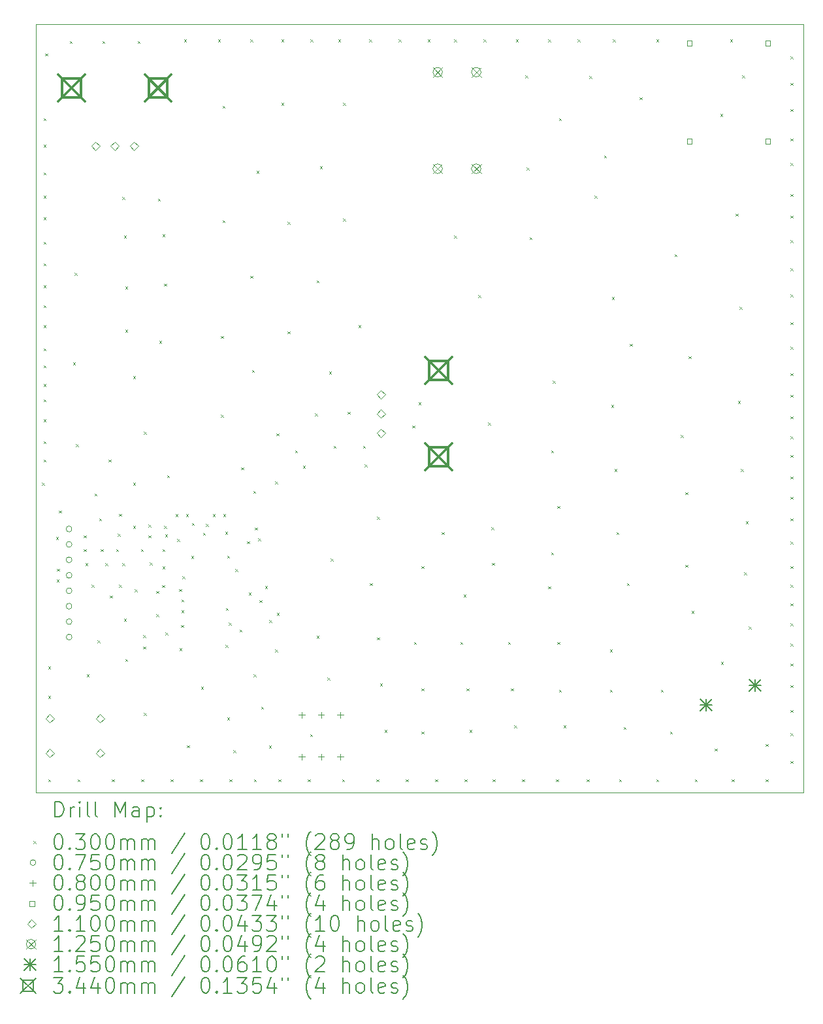
<source format=gbr>
%TF.GenerationSoftware,KiCad,Pcbnew,7.0.1*%
%TF.CreationDate,2023-10-11T19:34:36-05:00*%
%TF.ProjectId,Tactile_Board,54616374-696c-4655-9f42-6f6172642e6b,1*%
%TF.SameCoordinates,Original*%
%TF.FileFunction,Drillmap*%
%TF.FilePolarity,Positive*%
%FSLAX45Y45*%
G04 Gerber Fmt 4.5, Leading zero omitted, Abs format (unit mm)*
G04 Created by KiCad (PCBNEW 7.0.1) date 2023-10-11 19:34:36*
%MOMM*%
%LPD*%
G01*
G04 APERTURE LIST*
%ADD10C,0.100000*%
%ADD11C,0.200000*%
%ADD12C,0.030000*%
%ADD13C,0.075000*%
%ADD14C,0.080000*%
%ADD15C,0.095000*%
%ADD16C,0.110000*%
%ADD17C,0.125000*%
%ADD18C,0.155000*%
%ADD19C,0.344000*%
G04 APERTURE END LIST*
D10*
X16028000Y-2000000D02*
X16028000Y-2000000D01*
X25972000Y-2000000D02*
X25972000Y-11944000D01*
X25972000Y-11944000D02*
X16028000Y-11944000D01*
X16028000Y-2000000D02*
X25972000Y-2000000D01*
X16028000Y-11944000D02*
X16028000Y-2000000D01*
D11*
D12*
X16104000Y-7935000D02*
X16134000Y-7965000D01*
X16134000Y-7935000D02*
X16104000Y-7965000D01*
X16124000Y-3215000D02*
X16154000Y-3245000D01*
X16154000Y-3215000D02*
X16124000Y-3245000D01*
X16124000Y-3555000D02*
X16154000Y-3585000D01*
X16154000Y-3555000D02*
X16124000Y-3585000D01*
X16124000Y-3915000D02*
X16154000Y-3945000D01*
X16154000Y-3915000D02*
X16124000Y-3945000D01*
X16124000Y-4215000D02*
X16154000Y-4245000D01*
X16154000Y-4215000D02*
X16124000Y-4245000D01*
X16124000Y-4495000D02*
X16154000Y-4525000D01*
X16154000Y-4495000D02*
X16124000Y-4525000D01*
X16124000Y-4815000D02*
X16154000Y-4845000D01*
X16154000Y-4815000D02*
X16124000Y-4845000D01*
X16124000Y-5095000D02*
X16154000Y-5125000D01*
X16154000Y-5095000D02*
X16124000Y-5125000D01*
X16124000Y-5375000D02*
X16154000Y-5405000D01*
X16154000Y-5375000D02*
X16124000Y-5405000D01*
X16124000Y-5635000D02*
X16154000Y-5665000D01*
X16154000Y-5635000D02*
X16124000Y-5665000D01*
X16124000Y-5895000D02*
X16154000Y-5925000D01*
X16154000Y-5895000D02*
X16124000Y-5925000D01*
X16124000Y-6195000D02*
X16154000Y-6225000D01*
X16154000Y-6195000D02*
X16124000Y-6225000D01*
X16124000Y-6415000D02*
X16154000Y-6445000D01*
X16154000Y-6415000D02*
X16124000Y-6445000D01*
X16124000Y-6655000D02*
X16154000Y-6685000D01*
X16154000Y-6655000D02*
X16124000Y-6685000D01*
X16124000Y-6855000D02*
X16154000Y-6885000D01*
X16154000Y-6855000D02*
X16124000Y-6885000D01*
X16124000Y-7115000D02*
X16154000Y-7145000D01*
X16154000Y-7115000D02*
X16124000Y-7145000D01*
X16124000Y-7395000D02*
X16154000Y-7425000D01*
X16154000Y-7395000D02*
X16124000Y-7425000D01*
X16124000Y-7635000D02*
X16154000Y-7665000D01*
X16154000Y-7635000D02*
X16124000Y-7665000D01*
X16144000Y-2375000D02*
X16174000Y-2405000D01*
X16174000Y-2375000D02*
X16144000Y-2405000D01*
X16185000Y-10314500D02*
X16215000Y-10344500D01*
X16215000Y-10314500D02*
X16185000Y-10344500D01*
X16185000Y-10695500D02*
X16215000Y-10725500D01*
X16215000Y-10695500D02*
X16185000Y-10725500D01*
X16185000Y-11775000D02*
X16215000Y-11805000D01*
X16215000Y-11775000D02*
X16185000Y-11805000D01*
X16284000Y-8635000D02*
X16314000Y-8665000D01*
X16314000Y-8635000D02*
X16284000Y-8665000D01*
X16294220Y-9187450D02*
X16324220Y-9217450D01*
X16324220Y-9187450D02*
X16294220Y-9217450D01*
X16296760Y-9047550D02*
X16326760Y-9077550D01*
X16326760Y-9047550D02*
X16296760Y-9077550D01*
X16324000Y-8295000D02*
X16354000Y-8325000D01*
X16354000Y-8295000D02*
X16324000Y-8325000D01*
X16464000Y-2215000D02*
X16494000Y-2245000D01*
X16494000Y-2215000D02*
X16464000Y-2245000D01*
X16504000Y-6375000D02*
X16534000Y-6405000D01*
X16534000Y-6375000D02*
X16504000Y-6405000D01*
X16524000Y-5215000D02*
X16554000Y-5245000D01*
X16554000Y-5215000D02*
X16524000Y-5245000D01*
X16544000Y-7435000D02*
X16574000Y-7465000D01*
X16574000Y-7435000D02*
X16544000Y-7465000D01*
X16566000Y-11775000D02*
X16596000Y-11805000D01*
X16596000Y-11775000D02*
X16566000Y-11805000D01*
X16644000Y-8615000D02*
X16674000Y-8645000D01*
X16674000Y-8615000D02*
X16644000Y-8645000D01*
X16644000Y-8795000D02*
X16674000Y-8825000D01*
X16674000Y-8795000D02*
X16644000Y-8825000D01*
X16664000Y-8975000D02*
X16694000Y-9005000D01*
X16694000Y-8975000D02*
X16664000Y-9005000D01*
X16684000Y-10415000D02*
X16714000Y-10445000D01*
X16714000Y-10415000D02*
X16684000Y-10445000D01*
X16744000Y-9255000D02*
X16774000Y-9285000D01*
X16774000Y-9255000D02*
X16744000Y-9285000D01*
X16784000Y-8075000D02*
X16814000Y-8105000D01*
X16814000Y-8075000D02*
X16784000Y-8105000D01*
X16824000Y-9975000D02*
X16854000Y-10005000D01*
X16854000Y-9975000D02*
X16824000Y-10005000D01*
X16844000Y-8395000D02*
X16874000Y-8425000D01*
X16874000Y-8395000D02*
X16844000Y-8425000D01*
X16864000Y-8795000D02*
X16894000Y-8825000D01*
X16894000Y-8795000D02*
X16864000Y-8825000D01*
X16884000Y-2215000D02*
X16914000Y-2245000D01*
X16914000Y-2215000D02*
X16884000Y-2245000D01*
X16924000Y-8975000D02*
X16954000Y-9005000D01*
X16954000Y-8975000D02*
X16924000Y-9005000D01*
X16964000Y-7635000D02*
X16994000Y-7665000D01*
X16994000Y-7635000D02*
X16964000Y-7665000D01*
X16984000Y-9395000D02*
X17014000Y-9425000D01*
X17014000Y-9395000D02*
X16984000Y-9425000D01*
X17010500Y-11775000D02*
X17040500Y-11805000D01*
X17040500Y-11775000D02*
X17010500Y-11805000D01*
X17064000Y-8795000D02*
X17094000Y-8825000D01*
X17094000Y-8795000D02*
X17064000Y-8825000D01*
X17084000Y-8595000D02*
X17114000Y-8625000D01*
X17114000Y-8595000D02*
X17084000Y-8625000D01*
X17104000Y-8335000D02*
X17134000Y-8365000D01*
X17134000Y-8335000D02*
X17104000Y-8365000D01*
X17104000Y-9255000D02*
X17134000Y-9285000D01*
X17134000Y-9255000D02*
X17104000Y-9285000D01*
X17144000Y-4235000D02*
X17174000Y-4265000D01*
X17174000Y-4235000D02*
X17144000Y-4265000D01*
X17144000Y-8975000D02*
X17174000Y-9005000D01*
X17174000Y-8975000D02*
X17144000Y-9005000D01*
X17164000Y-4735000D02*
X17194000Y-4765000D01*
X17194000Y-4735000D02*
X17164000Y-4765000D01*
X17164000Y-9695000D02*
X17194000Y-9725000D01*
X17194000Y-9695000D02*
X17164000Y-9725000D01*
X17184000Y-5395000D02*
X17214000Y-5425000D01*
X17214000Y-5395000D02*
X17184000Y-5425000D01*
X17184000Y-5955000D02*
X17214000Y-5985000D01*
X17214000Y-5955000D02*
X17184000Y-5985000D01*
X17184000Y-10215000D02*
X17214000Y-10245000D01*
X17214000Y-10215000D02*
X17184000Y-10245000D01*
X17284000Y-6555000D02*
X17314000Y-6585000D01*
X17314000Y-6555000D02*
X17284000Y-6585000D01*
X17284000Y-7935000D02*
X17314000Y-7965000D01*
X17314000Y-7935000D02*
X17284000Y-7965000D01*
X17284000Y-8495000D02*
X17314000Y-8525000D01*
X17314000Y-8495000D02*
X17284000Y-8525000D01*
X17304000Y-9315000D02*
X17334000Y-9345000D01*
X17334000Y-9315000D02*
X17304000Y-9345000D01*
X17344000Y-2215000D02*
X17374000Y-2245000D01*
X17374000Y-2215000D02*
X17344000Y-2245000D01*
X17384000Y-8795000D02*
X17414000Y-8825000D01*
X17414000Y-8795000D02*
X17384000Y-8825000D01*
X17391500Y-11775000D02*
X17421500Y-11805000D01*
X17421500Y-11775000D02*
X17391500Y-11805000D01*
X17416900Y-9906810D02*
X17446900Y-9936810D01*
X17446900Y-9906810D02*
X17416900Y-9936810D01*
X17416900Y-10056710D02*
X17446900Y-10086710D01*
X17446900Y-10056710D02*
X17416900Y-10086710D01*
X17424000Y-7275000D02*
X17454000Y-7305000D01*
X17454000Y-7275000D02*
X17424000Y-7305000D01*
X17424000Y-10915000D02*
X17454000Y-10945000D01*
X17454000Y-10915000D02*
X17424000Y-10945000D01*
X17484000Y-8475000D02*
X17514000Y-8505000D01*
X17514000Y-8475000D02*
X17484000Y-8505000D01*
X17484000Y-8615000D02*
X17514000Y-8645000D01*
X17514000Y-8615000D02*
X17484000Y-8645000D01*
X17500720Y-8968300D02*
X17530720Y-8998300D01*
X17530720Y-8968300D02*
X17500720Y-8998300D01*
X17584000Y-9335000D02*
X17614000Y-9365000D01*
X17614000Y-9335000D02*
X17584000Y-9365000D01*
X17584000Y-9635000D02*
X17614000Y-9665000D01*
X17614000Y-9635000D02*
X17584000Y-9665000D01*
X17604000Y-4255000D02*
X17634000Y-4285000D01*
X17634000Y-4255000D02*
X17604000Y-4285000D01*
X17624000Y-6095000D02*
X17654000Y-6125000D01*
X17654000Y-6095000D02*
X17624000Y-6125000D01*
X17662010Y-9259130D02*
X17692010Y-9289130D01*
X17692010Y-9259130D02*
X17662010Y-9289130D01*
X17663280Y-9016560D02*
X17693280Y-9046560D01*
X17693280Y-9016560D02*
X17663280Y-9046560D01*
X17664000Y-4715000D02*
X17694000Y-4745000D01*
X17694000Y-4715000D02*
X17664000Y-4745000D01*
X17664000Y-8795000D02*
X17694000Y-8825000D01*
X17694000Y-8795000D02*
X17664000Y-8825000D01*
X17684000Y-5355000D02*
X17714000Y-5385000D01*
X17714000Y-5355000D02*
X17684000Y-5385000D01*
X17684000Y-8495000D02*
X17714000Y-8525000D01*
X17714000Y-8495000D02*
X17684000Y-8525000D01*
X17700170Y-8604842D02*
X17730170Y-8634842D01*
X17730170Y-8604842D02*
X17700170Y-8634842D01*
X17704000Y-9875000D02*
X17734000Y-9905000D01*
X17734000Y-9875000D02*
X17704000Y-9905000D01*
X17724000Y-7835000D02*
X17754000Y-7865000D01*
X17754000Y-7835000D02*
X17724000Y-7865000D01*
X17772500Y-11775000D02*
X17802500Y-11805000D01*
X17802500Y-11775000D02*
X17772500Y-11805000D01*
X17832810Y-8340920D02*
X17862810Y-8370920D01*
X17862810Y-8340920D02*
X17832810Y-8370920D01*
X17856320Y-8663500D02*
X17886320Y-8693500D01*
X17886320Y-8663500D02*
X17856320Y-8693500D01*
X17881755Y-9311235D02*
X17911755Y-9341235D01*
X17911755Y-9311235D02*
X17881755Y-9341235D01*
X17884000Y-10075000D02*
X17914000Y-10105000D01*
X17914000Y-10075000D02*
X17884000Y-10105000D01*
X17904000Y-9775000D02*
X17934000Y-9805000D01*
X17934000Y-9775000D02*
X17904000Y-9805000D01*
X17912200Y-9445820D02*
X17942200Y-9475820D01*
X17942200Y-9445820D02*
X17912200Y-9475820D01*
X17912200Y-9582980D02*
X17942200Y-9612980D01*
X17942200Y-9582980D02*
X17912200Y-9612980D01*
X17922360Y-9146100D02*
X17952360Y-9176100D01*
X17952360Y-9146100D02*
X17922360Y-9176100D01*
X17944000Y-2195000D02*
X17974000Y-2225000D01*
X17974000Y-2195000D02*
X17944000Y-2225000D01*
X17968710Y-8340920D02*
X17998710Y-8370920D01*
X17998710Y-8340920D02*
X17968710Y-8370920D01*
X17984000Y-11335000D02*
X18014000Y-11365000D01*
X18014000Y-11335000D02*
X17984000Y-11365000D01*
X18036660Y-8884480D02*
X18066660Y-8914480D01*
X18066660Y-8884480D02*
X18036660Y-8914480D01*
X18044000Y-8455000D02*
X18074000Y-8485000D01*
X18074000Y-8455000D02*
X18044000Y-8485000D01*
X18153500Y-11775000D02*
X18183500Y-11805000D01*
X18183500Y-11775000D02*
X18153500Y-11805000D01*
X18164000Y-10575000D02*
X18194000Y-10605000D01*
X18194000Y-10575000D02*
X18164000Y-10605000D01*
X18191600Y-8582220D02*
X18221600Y-8612220D01*
X18221600Y-8582220D02*
X18191600Y-8612220D01*
X18229700Y-8467920D02*
X18259700Y-8497920D01*
X18259700Y-8467920D02*
X18229700Y-8497920D01*
X18316060Y-8340920D02*
X18346060Y-8370920D01*
X18346060Y-8340920D02*
X18316060Y-8370920D01*
X18384000Y-2195000D02*
X18414000Y-2225000D01*
X18414000Y-2195000D02*
X18384000Y-2225000D01*
X18424000Y-6035000D02*
X18454000Y-6065000D01*
X18454000Y-6035000D02*
X18424000Y-6065000D01*
X18424000Y-7055000D02*
X18454000Y-7085000D01*
X18454000Y-7055000D02*
X18424000Y-7085000D01*
X18444000Y-3055000D02*
X18474000Y-3085000D01*
X18474000Y-3055000D02*
X18444000Y-3085000D01*
X18444000Y-4535000D02*
X18474000Y-4565000D01*
X18474000Y-4535000D02*
X18444000Y-4565000D01*
X18453850Y-8340920D02*
X18483850Y-8370920D01*
X18483850Y-8340920D02*
X18453850Y-8370920D01*
X18476080Y-8569520D02*
X18506080Y-8599520D01*
X18506080Y-8569520D02*
X18476080Y-8599520D01*
X18484000Y-10035000D02*
X18514000Y-10065000D01*
X18514000Y-10035000D02*
X18484000Y-10065000D01*
X18486240Y-9555040D02*
X18516240Y-9585040D01*
X18516240Y-9555040D02*
X18486240Y-9585040D01*
X18501480Y-8879400D02*
X18531480Y-8909400D01*
X18531480Y-8879400D02*
X18501480Y-8909400D01*
X18504000Y-10975000D02*
X18534000Y-11005000D01*
X18534000Y-10975000D02*
X18504000Y-11005000D01*
X18524000Y-9745000D02*
X18554000Y-9775000D01*
X18554000Y-9745000D02*
X18524000Y-9775000D01*
X18534500Y-11775000D02*
X18564500Y-11805000D01*
X18564500Y-11775000D02*
X18534500Y-11805000D01*
X18584000Y-11395000D02*
X18614000Y-11425000D01*
X18614000Y-11395000D02*
X18584000Y-11425000D01*
X18610700Y-9049580D02*
X18640700Y-9079580D01*
X18640700Y-9049580D02*
X18610700Y-9079580D01*
X18664000Y-9835000D02*
X18694000Y-9865000D01*
X18694000Y-9835000D02*
X18664000Y-9865000D01*
X18684000Y-7735000D02*
X18714000Y-7765000D01*
X18714000Y-7735000D02*
X18684000Y-7765000D01*
X18763100Y-8691440D02*
X18793100Y-8721440D01*
X18793100Y-8691440D02*
X18763100Y-8721440D01*
X18784000Y-9355000D02*
X18814000Y-9385000D01*
X18814000Y-9355000D02*
X18784000Y-9385000D01*
X18804000Y-2195000D02*
X18834000Y-2225000D01*
X18834000Y-2195000D02*
X18804000Y-2225000D01*
X18804000Y-5255000D02*
X18834000Y-5285000D01*
X18834000Y-5255000D02*
X18804000Y-5285000D01*
X18824000Y-6475000D02*
X18854000Y-6505000D01*
X18854000Y-6475000D02*
X18824000Y-6505000D01*
X18841840Y-8041200D02*
X18871840Y-8071200D01*
X18871840Y-8041200D02*
X18841840Y-8071200D01*
X18844000Y-10415000D02*
X18874000Y-10445000D01*
X18874000Y-10415000D02*
X18844000Y-10445000D01*
X18852000Y-11775000D02*
X18882000Y-11805000D01*
X18882000Y-11775000D02*
X18852000Y-11805000D01*
X18864000Y-8515000D02*
X18894000Y-8545000D01*
X18894000Y-8515000D02*
X18864000Y-8545000D01*
X18884000Y-3895000D02*
X18914000Y-3925000D01*
X18914000Y-3895000D02*
X18884000Y-3925000D01*
X18904000Y-8655000D02*
X18934000Y-8685000D01*
X18934000Y-8655000D02*
X18904000Y-8685000D01*
X18924000Y-9455000D02*
X18954000Y-9485000D01*
X18954000Y-9455000D02*
X18924000Y-9485000D01*
X18944000Y-10835000D02*
X18974000Y-10865000D01*
X18974000Y-10835000D02*
X18944000Y-10865000D01*
X18993480Y-9273360D02*
X19023480Y-9303360D01*
X19023480Y-9273360D02*
X18993480Y-9303360D01*
X19045325Y-11338666D02*
X19075325Y-11368666D01*
X19075325Y-11338666D02*
X19045325Y-11368666D01*
X19049299Y-9713341D02*
X19079299Y-9743341D01*
X19079299Y-9713341D02*
X19049299Y-9743341D01*
X19124000Y-7915000D02*
X19154000Y-7945000D01*
X19154000Y-7915000D02*
X19124000Y-7945000D01*
X19124000Y-10095000D02*
X19154000Y-10125000D01*
X19154000Y-10095000D02*
X19124000Y-10125000D01*
X19144000Y-7295000D02*
X19174000Y-7325000D01*
X19174000Y-7295000D02*
X19144000Y-7325000D01*
X19145395Y-9617245D02*
X19175395Y-9647245D01*
X19175395Y-9617245D02*
X19145395Y-9647245D01*
X19169500Y-11775000D02*
X19199500Y-11805000D01*
X19199500Y-11775000D02*
X19169500Y-11805000D01*
X19204000Y-2195000D02*
X19234000Y-2225000D01*
X19234000Y-2195000D02*
X19204000Y-2225000D01*
X19204000Y-3015000D02*
X19234000Y-3045000D01*
X19234000Y-3015000D02*
X19204000Y-3045000D01*
X19284000Y-4555000D02*
X19314000Y-4585000D01*
X19314000Y-4555000D02*
X19284000Y-4585000D01*
X19284000Y-5975000D02*
X19314000Y-6005000D01*
X19314000Y-5975000D02*
X19284000Y-6005000D01*
X19384000Y-7515000D02*
X19414000Y-7545000D01*
X19414000Y-7515000D02*
X19384000Y-7545000D01*
X19484000Y-7715000D02*
X19514000Y-7745000D01*
X19514000Y-7715000D02*
X19484000Y-7745000D01*
X19550500Y-11775000D02*
X19580500Y-11805000D01*
X19580500Y-11775000D02*
X19550500Y-11805000D01*
X19577680Y-11191060D02*
X19607680Y-11221060D01*
X19607680Y-11191060D02*
X19577680Y-11221060D01*
X19584000Y-2195000D02*
X19614000Y-2225000D01*
X19614000Y-2195000D02*
X19584000Y-2225000D01*
X19644000Y-7035000D02*
X19674000Y-7065000D01*
X19674000Y-7035000D02*
X19644000Y-7065000D01*
X19664000Y-5315000D02*
X19694000Y-5345000D01*
X19694000Y-5315000D02*
X19664000Y-5345000D01*
X19664000Y-9915000D02*
X19694000Y-9945000D01*
X19694000Y-9915000D02*
X19664000Y-9945000D01*
X19704000Y-3835000D02*
X19734000Y-3865000D01*
X19734000Y-3835000D02*
X19704000Y-3865000D01*
X19804000Y-10455000D02*
X19834000Y-10485000D01*
X19834000Y-10455000D02*
X19804000Y-10485000D01*
X19824000Y-6495000D02*
X19854000Y-6525000D01*
X19854000Y-6495000D02*
X19824000Y-6525000D01*
X19844000Y-8915000D02*
X19874000Y-8945000D01*
X19874000Y-8915000D02*
X19844000Y-8945000D01*
X19884000Y-7455000D02*
X19914000Y-7485000D01*
X19914000Y-7455000D02*
X19884000Y-7485000D01*
X19944000Y-2195000D02*
X19974000Y-2225000D01*
X19974000Y-2195000D02*
X19944000Y-2225000D01*
X19995000Y-11775000D02*
X20025000Y-11805000D01*
X20025000Y-11775000D02*
X19995000Y-11805000D01*
X20004000Y-3015000D02*
X20034000Y-3045000D01*
X20034000Y-3015000D02*
X20004000Y-3045000D01*
X20004000Y-4515000D02*
X20034000Y-4545000D01*
X20034000Y-4515000D02*
X20004000Y-4545000D01*
X20064000Y-7015000D02*
X20094000Y-7045000D01*
X20094000Y-7015000D02*
X20064000Y-7045000D01*
X20204000Y-5895000D02*
X20234000Y-5925000D01*
X20234000Y-5895000D02*
X20204000Y-5925000D01*
X20264000Y-7455000D02*
X20294000Y-7485000D01*
X20294000Y-7455000D02*
X20264000Y-7485000D01*
X20284000Y-7695000D02*
X20314000Y-7725000D01*
X20314000Y-7695000D02*
X20284000Y-7725000D01*
X20344000Y-2195000D02*
X20374000Y-2225000D01*
X20374000Y-2195000D02*
X20344000Y-2225000D01*
X20354810Y-9233099D02*
X20384810Y-9263099D01*
X20384810Y-9233099D02*
X20354810Y-9263099D01*
X20439500Y-11775000D02*
X20469500Y-11805000D01*
X20469500Y-11775000D02*
X20439500Y-11805000D01*
X20444000Y-8375000D02*
X20474000Y-8405000D01*
X20474000Y-8375000D02*
X20444000Y-8405000D01*
X20444000Y-9935000D02*
X20474000Y-9965000D01*
X20474000Y-9935000D02*
X20444000Y-9965000D01*
X20484000Y-10535000D02*
X20514000Y-10565000D01*
X20514000Y-10535000D02*
X20484000Y-10565000D01*
X20544000Y-11135000D02*
X20574000Y-11165000D01*
X20574000Y-11135000D02*
X20544000Y-11165000D01*
X20724000Y-2195000D02*
X20754000Y-2225000D01*
X20754000Y-2195000D02*
X20724000Y-2225000D01*
X20820500Y-11775000D02*
X20850500Y-11805000D01*
X20850500Y-11775000D02*
X20820500Y-11805000D01*
X20904000Y-7195000D02*
X20934000Y-7225000D01*
X20934000Y-7195000D02*
X20904000Y-7225000D01*
X20924000Y-9995000D02*
X20954000Y-10025000D01*
X20954000Y-9995000D02*
X20924000Y-10025000D01*
X20984000Y-6895000D02*
X21014000Y-6925000D01*
X21014000Y-6895000D02*
X20984000Y-6925000D01*
X21024000Y-9015000D02*
X21054000Y-9045000D01*
X21054000Y-9015000D02*
X21024000Y-9045000D01*
X21024000Y-10595000D02*
X21054000Y-10625000D01*
X21054000Y-10595000D02*
X21024000Y-10625000D01*
X21024000Y-11155000D02*
X21054000Y-11185000D01*
X21054000Y-11155000D02*
X21024000Y-11185000D01*
X21104000Y-2195000D02*
X21134000Y-2225000D01*
X21134000Y-2195000D02*
X21104000Y-2225000D01*
X21201500Y-11775000D02*
X21231500Y-11805000D01*
X21231500Y-11775000D02*
X21201500Y-11805000D01*
X21284000Y-8575000D02*
X21314000Y-8605000D01*
X21314000Y-8575000D02*
X21284000Y-8605000D01*
X21444000Y-2195000D02*
X21474000Y-2225000D01*
X21474000Y-2195000D02*
X21444000Y-2225000D01*
X21444000Y-4735000D02*
X21474000Y-4765000D01*
X21474000Y-4735000D02*
X21444000Y-4765000D01*
X21524000Y-9995000D02*
X21554000Y-10025000D01*
X21554000Y-9995000D02*
X21524000Y-10025000D01*
X21569727Y-9383786D02*
X21599727Y-9413786D01*
X21599727Y-9383786D02*
X21569727Y-9413786D01*
X21582500Y-11775000D02*
X21612500Y-11805000D01*
X21612500Y-11775000D02*
X21582500Y-11805000D01*
X21604000Y-10595000D02*
X21634000Y-10625000D01*
X21634000Y-10595000D02*
X21604000Y-10625000D01*
X21644000Y-11135000D02*
X21674000Y-11165000D01*
X21674000Y-11135000D02*
X21644000Y-11165000D01*
X21758086Y-5503587D02*
X21788086Y-5533587D01*
X21788086Y-5503587D02*
X21758086Y-5533587D01*
X21824000Y-2195000D02*
X21854000Y-2225000D01*
X21854000Y-2195000D02*
X21824000Y-2225000D01*
X21884000Y-7155000D02*
X21914000Y-7185000D01*
X21914000Y-7155000D02*
X21884000Y-7185000D01*
X21927609Y-8507916D02*
X21957609Y-8537916D01*
X21957609Y-8507916D02*
X21927609Y-8537916D01*
X21937027Y-8969396D02*
X21967027Y-8999396D01*
X21967027Y-8969396D02*
X21937027Y-8999396D01*
X21944000Y-11775000D02*
X21974000Y-11805000D01*
X21974000Y-11775000D02*
X21944000Y-11805000D01*
X22144000Y-9995000D02*
X22174000Y-10025000D01*
X22174000Y-9995000D02*
X22144000Y-10025000D01*
X22184000Y-10595000D02*
X22214000Y-10625000D01*
X22214000Y-10595000D02*
X22184000Y-10625000D01*
X22224000Y-11075000D02*
X22254000Y-11105000D01*
X22254000Y-11075000D02*
X22224000Y-11105000D01*
X22244000Y-2195000D02*
X22274000Y-2225000D01*
X22274000Y-2195000D02*
X22244000Y-2225000D01*
X22324000Y-11775000D02*
X22354000Y-11805000D01*
X22354000Y-11775000D02*
X22324000Y-11805000D01*
X22370253Y-2659364D02*
X22400253Y-2689364D01*
X22400253Y-2659364D02*
X22370253Y-2689364D01*
X22384000Y-3855000D02*
X22414000Y-3885000D01*
X22414000Y-3855000D02*
X22384000Y-3885000D01*
X22424000Y-4755000D02*
X22454000Y-4785000D01*
X22454000Y-4755000D02*
X22424000Y-4785000D01*
X22664000Y-2195000D02*
X22694000Y-2225000D01*
X22694000Y-2195000D02*
X22664000Y-2225000D01*
X22664000Y-9275000D02*
X22694000Y-9305000D01*
X22694000Y-9275000D02*
X22664000Y-9305000D01*
X22704000Y-7515000D02*
X22734000Y-7545000D01*
X22734000Y-7515000D02*
X22704000Y-7545000D01*
X22704000Y-8835000D02*
X22734000Y-8865000D01*
X22734000Y-8835000D02*
X22704000Y-8865000D01*
X22724000Y-6615000D02*
X22754000Y-6645000D01*
X22754000Y-6615000D02*
X22724000Y-6645000D01*
X22764000Y-11775000D02*
X22794000Y-11805000D01*
X22794000Y-11775000D02*
X22764000Y-11805000D01*
X22784000Y-8235000D02*
X22814000Y-8265000D01*
X22814000Y-8235000D02*
X22784000Y-8265000D01*
X22784000Y-9995000D02*
X22814000Y-10025000D01*
X22814000Y-9995000D02*
X22784000Y-10025000D01*
X22804000Y-3215000D02*
X22834000Y-3245000D01*
X22834000Y-3215000D02*
X22804000Y-3245000D01*
X22804000Y-10615000D02*
X22834000Y-10645000D01*
X22834000Y-10615000D02*
X22804000Y-10645000D01*
X22864000Y-11075000D02*
X22894000Y-11105000D01*
X22894000Y-11075000D02*
X22864000Y-11105000D01*
X23044000Y-2195000D02*
X23074000Y-2225000D01*
X23074000Y-2195000D02*
X23044000Y-2225000D01*
X23164000Y-11775000D02*
X23194000Y-11805000D01*
X23194000Y-11775000D02*
X23164000Y-11805000D01*
X23199034Y-2668782D02*
X23229034Y-2698782D01*
X23229034Y-2668782D02*
X23199034Y-2698782D01*
X23264000Y-4215000D02*
X23294000Y-4245000D01*
X23294000Y-4215000D02*
X23264000Y-4245000D01*
X23387393Y-3695339D02*
X23417393Y-3725339D01*
X23417393Y-3695339D02*
X23387393Y-3725339D01*
X23464000Y-10095000D02*
X23494000Y-10125000D01*
X23494000Y-10095000D02*
X23464000Y-10125000D01*
X23464000Y-10615000D02*
X23494000Y-10645000D01*
X23494000Y-10615000D02*
X23464000Y-10645000D01*
X23481572Y-6925699D02*
X23511572Y-6955699D01*
X23511572Y-6925699D02*
X23481572Y-6955699D01*
X23490990Y-5531841D02*
X23520990Y-5561841D01*
X23520990Y-5531841D02*
X23490990Y-5561841D01*
X23504000Y-2195000D02*
X23534000Y-2225000D01*
X23534000Y-2195000D02*
X23504000Y-2225000D01*
X23524000Y-7755000D02*
X23554000Y-7785000D01*
X23554000Y-7755000D02*
X23524000Y-7785000D01*
X23547498Y-8573842D02*
X23577498Y-8603842D01*
X23577498Y-8573842D02*
X23547498Y-8603842D01*
X23584000Y-11775000D02*
X23614000Y-11805000D01*
X23614000Y-11775000D02*
X23584000Y-11805000D01*
X23644000Y-11095000D02*
X23674000Y-11125000D01*
X23674000Y-11095000D02*
X23644000Y-11125000D01*
X23684000Y-9235000D02*
X23714000Y-9265000D01*
X23714000Y-9235000D02*
X23684000Y-9265000D01*
X23724000Y-6135000D02*
X23754000Y-6165000D01*
X23754000Y-6135000D02*
X23724000Y-6165000D01*
X23848873Y-2941902D02*
X23878873Y-2971902D01*
X23878873Y-2941902D02*
X23848873Y-2971902D01*
X24064000Y-2195000D02*
X24094000Y-2225000D01*
X24094000Y-2195000D02*
X24064000Y-2225000D01*
X24064000Y-11775000D02*
X24094000Y-11805000D01*
X24094000Y-11775000D02*
X24064000Y-11805000D01*
X24124000Y-10615000D02*
X24154000Y-10645000D01*
X24154000Y-10615000D02*
X24124000Y-10645000D01*
X24244000Y-11155000D02*
X24274000Y-11185000D01*
X24274000Y-11155000D02*
X24244000Y-11185000D01*
X24304000Y-4975000D02*
X24334000Y-5005000D01*
X24334000Y-4975000D02*
X24304000Y-5005000D01*
X24384000Y-7315000D02*
X24414000Y-7345000D01*
X24414000Y-7315000D02*
X24384000Y-7345000D01*
X24444000Y-8055000D02*
X24474000Y-8085000D01*
X24474000Y-8055000D02*
X24444000Y-8085000D01*
X24444000Y-8995000D02*
X24474000Y-9025000D01*
X24474000Y-8995000D02*
X24444000Y-9025000D01*
X24484000Y-6295000D02*
X24514000Y-6325000D01*
X24514000Y-6295000D02*
X24484000Y-6325000D01*
X24524000Y-9595000D02*
X24554000Y-9625000D01*
X24554000Y-9595000D02*
X24524000Y-9625000D01*
X24564000Y-11775000D02*
X24594000Y-11805000D01*
X24594000Y-11775000D02*
X24564000Y-11805000D01*
X24824000Y-11375000D02*
X24854000Y-11405000D01*
X24854000Y-11375000D02*
X24824000Y-11405000D01*
X24894266Y-3158515D02*
X24924266Y-3188515D01*
X24924266Y-3158515D02*
X24894266Y-3188515D01*
X24904000Y-10255000D02*
X24934000Y-10285000D01*
X24934000Y-10255000D02*
X24904000Y-10285000D01*
X25024000Y-2195000D02*
X25054000Y-2225000D01*
X25054000Y-2195000D02*
X25024000Y-2225000D01*
X25044000Y-11775000D02*
X25074000Y-11805000D01*
X25074000Y-11775000D02*
X25044000Y-11805000D01*
X25092043Y-4448776D02*
X25122043Y-4478776D01*
X25122043Y-4448776D02*
X25092043Y-4478776D01*
X25124000Y-6875000D02*
X25154000Y-6905000D01*
X25154000Y-6875000D02*
X25124000Y-6905000D01*
X25144000Y-5655000D02*
X25174000Y-5685000D01*
X25174000Y-5655000D02*
X25144000Y-5685000D01*
X25164000Y-7755000D02*
X25194000Y-7785000D01*
X25194000Y-7755000D02*
X25164000Y-7785000D01*
X25176805Y-2659364D02*
X25206805Y-2689364D01*
X25206805Y-2659364D02*
X25176805Y-2689364D01*
X25204000Y-9095000D02*
X25234000Y-9125000D01*
X25234000Y-9095000D02*
X25204000Y-9125000D01*
X25224000Y-8435000D02*
X25254000Y-8465000D01*
X25254000Y-8435000D02*
X25224000Y-8465000D01*
X25264000Y-9795000D02*
X25294000Y-9825000D01*
X25294000Y-9795000D02*
X25264000Y-9825000D01*
X25484000Y-11315000D02*
X25514000Y-11345000D01*
X25514000Y-11315000D02*
X25484000Y-11345000D01*
X25484000Y-11775000D02*
X25514000Y-11805000D01*
X25514000Y-11775000D02*
X25484000Y-11805000D01*
X25804000Y-2415000D02*
X25834000Y-2445000D01*
X25834000Y-2415000D02*
X25804000Y-2445000D01*
X25804000Y-2755000D02*
X25834000Y-2785000D01*
X25834000Y-2755000D02*
X25804000Y-2785000D01*
X25804000Y-3095000D02*
X25834000Y-3125000D01*
X25834000Y-3095000D02*
X25804000Y-3125000D01*
X25804000Y-3475000D02*
X25834000Y-3505000D01*
X25834000Y-3475000D02*
X25804000Y-3505000D01*
X25804000Y-3795000D02*
X25834000Y-3825000D01*
X25834000Y-3795000D02*
X25804000Y-3825000D01*
X25804000Y-4195000D02*
X25834000Y-4225000D01*
X25834000Y-4195000D02*
X25804000Y-4225000D01*
X25804000Y-4475000D02*
X25834000Y-4505000D01*
X25834000Y-4475000D02*
X25804000Y-4505000D01*
X25804000Y-4795000D02*
X25834000Y-4825000D01*
X25834000Y-4795000D02*
X25804000Y-4825000D01*
X25804000Y-5155000D02*
X25834000Y-5185000D01*
X25834000Y-5155000D02*
X25804000Y-5185000D01*
X25804000Y-5495000D02*
X25834000Y-5525000D01*
X25834000Y-5495000D02*
X25804000Y-5525000D01*
X25804000Y-5855000D02*
X25834000Y-5885000D01*
X25834000Y-5855000D02*
X25804000Y-5885000D01*
X25804000Y-6175000D02*
X25834000Y-6205000D01*
X25834000Y-6175000D02*
X25804000Y-6205000D01*
X25804000Y-6515000D02*
X25834000Y-6545000D01*
X25834000Y-6515000D02*
X25804000Y-6545000D01*
X25804000Y-6795000D02*
X25834000Y-6825000D01*
X25834000Y-6795000D02*
X25804000Y-6825000D01*
X25804000Y-7075000D02*
X25834000Y-7105000D01*
X25834000Y-7075000D02*
X25804000Y-7105000D01*
X25804000Y-7335000D02*
X25834000Y-7365000D01*
X25834000Y-7335000D02*
X25804000Y-7365000D01*
X25804000Y-7575000D02*
X25834000Y-7605000D01*
X25834000Y-7575000D02*
X25804000Y-7605000D01*
X25804000Y-7855000D02*
X25834000Y-7885000D01*
X25834000Y-7855000D02*
X25804000Y-7885000D01*
X25804000Y-8115000D02*
X25834000Y-8145000D01*
X25834000Y-8115000D02*
X25804000Y-8145000D01*
X25804000Y-8395000D02*
X25834000Y-8425000D01*
X25834000Y-8395000D02*
X25804000Y-8425000D01*
X25804000Y-8695000D02*
X25834000Y-8725000D01*
X25834000Y-8695000D02*
X25804000Y-8725000D01*
X25804000Y-9015000D02*
X25834000Y-9045000D01*
X25834000Y-9015000D02*
X25804000Y-9045000D01*
X25804000Y-9255000D02*
X25834000Y-9285000D01*
X25834000Y-9255000D02*
X25804000Y-9285000D01*
X25804000Y-9495000D02*
X25834000Y-9525000D01*
X25834000Y-9495000D02*
X25804000Y-9525000D01*
X25804000Y-9755000D02*
X25834000Y-9785000D01*
X25834000Y-9755000D02*
X25804000Y-9785000D01*
X25804000Y-10015000D02*
X25834000Y-10045000D01*
X25834000Y-10015000D02*
X25804000Y-10045000D01*
X25804000Y-10275000D02*
X25834000Y-10305000D01*
X25834000Y-10275000D02*
X25804000Y-10305000D01*
X25804000Y-10555000D02*
X25834000Y-10585000D01*
X25834000Y-10555000D02*
X25804000Y-10585000D01*
X25804000Y-10875000D02*
X25834000Y-10905000D01*
X25834000Y-10875000D02*
X25804000Y-10905000D01*
X25804000Y-11175000D02*
X25834000Y-11205000D01*
X25834000Y-11175000D02*
X25804000Y-11205000D01*
X25804000Y-11535000D02*
X25834000Y-11565000D01*
X25834000Y-11535000D02*
X25804000Y-11565000D01*
D13*
X16491500Y-8532500D02*
G75*
G03*
X16491500Y-8532500I-37500J0D01*
G01*
X16491500Y-8732500D02*
G75*
G03*
X16491500Y-8732500I-37500J0D01*
G01*
X16491500Y-8932500D02*
G75*
G03*
X16491500Y-8932500I-37500J0D01*
G01*
X16491500Y-9132500D02*
G75*
G03*
X16491500Y-9132500I-37500J0D01*
G01*
X16491500Y-9332500D02*
G75*
G03*
X16491500Y-9332500I-37500J0D01*
G01*
X16491500Y-9532500D02*
G75*
G03*
X16491500Y-9532500I-37500J0D01*
G01*
X16491500Y-9732500D02*
G75*
G03*
X16491500Y-9732500I-37500J0D01*
G01*
X16491500Y-9932500D02*
G75*
G03*
X16491500Y-9932500I-37500J0D01*
G01*
D14*
X19471520Y-10901640D02*
X19471520Y-10981640D01*
X19431520Y-10941640D02*
X19511520Y-10941640D01*
X19471520Y-11441640D02*
X19471520Y-11521640D01*
X19431520Y-11481640D02*
X19511520Y-11481640D01*
X19721520Y-10901640D02*
X19721520Y-10981640D01*
X19681520Y-10941640D02*
X19761520Y-10941640D01*
X19721520Y-11441640D02*
X19721520Y-11521640D01*
X19681520Y-11481640D02*
X19761520Y-11481640D01*
X19971520Y-10901640D02*
X19971520Y-10981640D01*
X19931520Y-10941640D02*
X20011520Y-10941640D01*
X19971520Y-11441640D02*
X19971520Y-11521640D01*
X19931520Y-11481640D02*
X20011520Y-11481640D01*
D15*
X24529228Y-2278268D02*
X24529228Y-2211092D01*
X24462052Y-2211092D01*
X24462052Y-2278268D01*
X24529228Y-2278268D01*
X24529228Y-3548268D02*
X24529228Y-3481092D01*
X24462052Y-3481092D01*
X24462052Y-3548268D01*
X24529228Y-3548268D01*
X25545228Y-2278268D02*
X25545228Y-2211092D01*
X25478052Y-2211092D01*
X25478052Y-2278268D01*
X25545228Y-2278268D01*
X25545228Y-3548268D02*
X25545228Y-3481092D01*
X25478052Y-3481092D01*
X25478052Y-3548268D01*
X25545228Y-3548268D01*
D16*
X16205200Y-11040880D02*
X16260200Y-10985880D01*
X16205200Y-10930880D01*
X16150200Y-10985880D01*
X16205200Y-11040880D01*
X16205200Y-11490880D02*
X16260200Y-11435880D01*
X16205200Y-11380880D01*
X16150200Y-11435880D01*
X16205200Y-11490880D01*
X16798360Y-3628700D02*
X16853360Y-3573700D01*
X16798360Y-3518700D01*
X16743360Y-3573700D01*
X16798360Y-3628700D01*
X16855200Y-11040880D02*
X16910200Y-10985880D01*
X16855200Y-10930880D01*
X16800200Y-10985880D01*
X16855200Y-11040880D01*
X16855200Y-11490880D02*
X16910200Y-11435880D01*
X16855200Y-11380880D01*
X16800200Y-11435880D01*
X16855200Y-11490880D01*
X17048360Y-3628700D02*
X17103360Y-3573700D01*
X17048360Y-3518700D01*
X16993360Y-3573700D01*
X17048360Y-3628700D01*
X17298360Y-3628700D02*
X17353360Y-3573700D01*
X17298360Y-3518700D01*
X17243360Y-3573700D01*
X17298360Y-3628700D01*
X20495720Y-6845280D02*
X20550720Y-6790280D01*
X20495720Y-6735280D01*
X20440720Y-6790280D01*
X20495720Y-6845280D01*
X20495720Y-7095280D02*
X20550720Y-7040280D01*
X20495720Y-6985280D01*
X20440720Y-7040280D01*
X20495720Y-7095280D01*
X20495720Y-7345280D02*
X20550720Y-7290280D01*
X20495720Y-7235280D01*
X20440720Y-7290280D01*
X20495720Y-7345280D01*
D17*
X21169580Y-2555340D02*
X21294580Y-2680340D01*
X21294580Y-2555340D02*
X21169580Y-2680340D01*
X21294580Y-2617840D02*
G75*
G03*
X21294580Y-2617840I-62500J0D01*
G01*
X21169580Y-3805340D02*
X21294580Y-3930340D01*
X21294580Y-3805340D02*
X21169580Y-3930340D01*
X21294580Y-3867840D02*
G75*
G03*
X21294580Y-3867840I-62500J0D01*
G01*
X21669580Y-2555340D02*
X21794580Y-2680340D01*
X21794580Y-2555340D02*
X21669580Y-2680340D01*
X21794580Y-2617840D02*
G75*
G03*
X21794580Y-2617840I-62500J0D01*
G01*
X21669580Y-3805340D02*
X21794580Y-3930340D01*
X21794580Y-3805340D02*
X21669580Y-3930340D01*
X21794580Y-3867840D02*
G75*
G03*
X21794580Y-3867840I-62500J0D01*
G01*
D18*
X24636580Y-10732060D02*
X24791580Y-10887060D01*
X24791580Y-10732060D02*
X24636580Y-10887060D01*
X24714080Y-10732060D02*
X24714080Y-10887060D01*
X24636580Y-10809560D02*
X24791580Y-10809560D01*
X25271580Y-10478060D02*
X25426580Y-10633060D01*
X25426580Y-10478060D02*
X25271580Y-10633060D01*
X25349080Y-10478060D02*
X25349080Y-10633060D01*
X25271580Y-10555560D02*
X25426580Y-10555560D01*
D19*
X16316360Y-2651700D02*
X16660360Y-2995700D01*
X16660360Y-2651700D02*
X16316360Y-2995700D01*
X16609983Y-2945323D02*
X16609983Y-2702077D01*
X16366736Y-2702077D01*
X16366736Y-2945323D01*
X16609983Y-2945323D01*
X17436360Y-2651700D02*
X17780360Y-2995700D01*
X17780360Y-2651700D02*
X17436360Y-2995700D01*
X17729984Y-2945323D02*
X17729984Y-2702077D01*
X17486737Y-2702077D01*
X17486737Y-2945323D01*
X17729984Y-2945323D01*
X21073720Y-6308280D02*
X21417720Y-6652280D01*
X21417720Y-6308280D02*
X21073720Y-6652280D01*
X21367344Y-6601903D02*
X21367344Y-6358656D01*
X21124097Y-6358656D01*
X21124097Y-6601903D01*
X21367344Y-6601903D01*
X21073720Y-7428280D02*
X21417720Y-7772280D01*
X21417720Y-7428280D02*
X21073720Y-7772280D01*
X21367344Y-7721903D02*
X21367344Y-7478656D01*
X21124097Y-7478656D01*
X21124097Y-7721903D01*
X21367344Y-7721903D01*
D11*
X16270619Y-12261524D02*
X16270619Y-12061524D01*
X16270619Y-12061524D02*
X16318238Y-12061524D01*
X16318238Y-12061524D02*
X16346809Y-12071048D01*
X16346809Y-12071048D02*
X16365857Y-12090095D01*
X16365857Y-12090095D02*
X16375381Y-12109143D01*
X16375381Y-12109143D02*
X16384905Y-12147238D01*
X16384905Y-12147238D02*
X16384905Y-12175809D01*
X16384905Y-12175809D02*
X16375381Y-12213905D01*
X16375381Y-12213905D02*
X16365857Y-12232952D01*
X16365857Y-12232952D02*
X16346809Y-12252000D01*
X16346809Y-12252000D02*
X16318238Y-12261524D01*
X16318238Y-12261524D02*
X16270619Y-12261524D01*
X16470619Y-12261524D02*
X16470619Y-12128190D01*
X16470619Y-12166286D02*
X16480143Y-12147238D01*
X16480143Y-12147238D02*
X16489667Y-12137714D01*
X16489667Y-12137714D02*
X16508714Y-12128190D01*
X16508714Y-12128190D02*
X16527762Y-12128190D01*
X16594428Y-12261524D02*
X16594428Y-12128190D01*
X16594428Y-12061524D02*
X16584905Y-12071048D01*
X16584905Y-12071048D02*
X16594428Y-12080571D01*
X16594428Y-12080571D02*
X16603952Y-12071048D01*
X16603952Y-12071048D02*
X16594428Y-12061524D01*
X16594428Y-12061524D02*
X16594428Y-12080571D01*
X16718238Y-12261524D02*
X16699190Y-12252000D01*
X16699190Y-12252000D02*
X16689667Y-12232952D01*
X16689667Y-12232952D02*
X16689667Y-12061524D01*
X16823000Y-12261524D02*
X16803952Y-12252000D01*
X16803952Y-12252000D02*
X16794429Y-12232952D01*
X16794429Y-12232952D02*
X16794429Y-12061524D01*
X17051571Y-12261524D02*
X17051571Y-12061524D01*
X17051571Y-12061524D02*
X17118238Y-12204381D01*
X17118238Y-12204381D02*
X17184905Y-12061524D01*
X17184905Y-12061524D02*
X17184905Y-12261524D01*
X17365857Y-12261524D02*
X17365857Y-12156762D01*
X17365857Y-12156762D02*
X17356333Y-12137714D01*
X17356333Y-12137714D02*
X17337286Y-12128190D01*
X17337286Y-12128190D02*
X17299190Y-12128190D01*
X17299190Y-12128190D02*
X17280143Y-12137714D01*
X17365857Y-12252000D02*
X17346810Y-12261524D01*
X17346810Y-12261524D02*
X17299190Y-12261524D01*
X17299190Y-12261524D02*
X17280143Y-12252000D01*
X17280143Y-12252000D02*
X17270619Y-12232952D01*
X17270619Y-12232952D02*
X17270619Y-12213905D01*
X17270619Y-12213905D02*
X17280143Y-12194857D01*
X17280143Y-12194857D02*
X17299190Y-12185333D01*
X17299190Y-12185333D02*
X17346810Y-12185333D01*
X17346810Y-12185333D02*
X17365857Y-12175809D01*
X17461095Y-12128190D02*
X17461095Y-12328190D01*
X17461095Y-12137714D02*
X17480143Y-12128190D01*
X17480143Y-12128190D02*
X17518238Y-12128190D01*
X17518238Y-12128190D02*
X17537286Y-12137714D01*
X17537286Y-12137714D02*
X17546810Y-12147238D01*
X17546810Y-12147238D02*
X17556333Y-12166286D01*
X17556333Y-12166286D02*
X17556333Y-12223428D01*
X17556333Y-12223428D02*
X17546810Y-12242476D01*
X17546810Y-12242476D02*
X17537286Y-12252000D01*
X17537286Y-12252000D02*
X17518238Y-12261524D01*
X17518238Y-12261524D02*
X17480143Y-12261524D01*
X17480143Y-12261524D02*
X17461095Y-12252000D01*
X17642048Y-12242476D02*
X17651571Y-12252000D01*
X17651571Y-12252000D02*
X17642048Y-12261524D01*
X17642048Y-12261524D02*
X17632524Y-12252000D01*
X17632524Y-12252000D02*
X17642048Y-12242476D01*
X17642048Y-12242476D02*
X17642048Y-12261524D01*
X17642048Y-12137714D02*
X17651571Y-12147238D01*
X17651571Y-12147238D02*
X17642048Y-12156762D01*
X17642048Y-12156762D02*
X17632524Y-12147238D01*
X17632524Y-12147238D02*
X17642048Y-12137714D01*
X17642048Y-12137714D02*
X17642048Y-12156762D01*
D12*
X15993000Y-12574000D02*
X16023000Y-12604000D01*
X16023000Y-12574000D02*
X15993000Y-12604000D01*
D11*
X16308714Y-12481524D02*
X16327762Y-12481524D01*
X16327762Y-12481524D02*
X16346809Y-12491048D01*
X16346809Y-12491048D02*
X16356333Y-12500571D01*
X16356333Y-12500571D02*
X16365857Y-12519619D01*
X16365857Y-12519619D02*
X16375381Y-12557714D01*
X16375381Y-12557714D02*
X16375381Y-12605333D01*
X16375381Y-12605333D02*
X16365857Y-12643428D01*
X16365857Y-12643428D02*
X16356333Y-12662476D01*
X16356333Y-12662476D02*
X16346809Y-12672000D01*
X16346809Y-12672000D02*
X16327762Y-12681524D01*
X16327762Y-12681524D02*
X16308714Y-12681524D01*
X16308714Y-12681524D02*
X16289667Y-12672000D01*
X16289667Y-12672000D02*
X16280143Y-12662476D01*
X16280143Y-12662476D02*
X16270619Y-12643428D01*
X16270619Y-12643428D02*
X16261095Y-12605333D01*
X16261095Y-12605333D02*
X16261095Y-12557714D01*
X16261095Y-12557714D02*
X16270619Y-12519619D01*
X16270619Y-12519619D02*
X16280143Y-12500571D01*
X16280143Y-12500571D02*
X16289667Y-12491048D01*
X16289667Y-12491048D02*
X16308714Y-12481524D01*
X16461095Y-12662476D02*
X16470619Y-12672000D01*
X16470619Y-12672000D02*
X16461095Y-12681524D01*
X16461095Y-12681524D02*
X16451571Y-12672000D01*
X16451571Y-12672000D02*
X16461095Y-12662476D01*
X16461095Y-12662476D02*
X16461095Y-12681524D01*
X16537286Y-12481524D02*
X16661095Y-12481524D01*
X16661095Y-12481524D02*
X16594428Y-12557714D01*
X16594428Y-12557714D02*
X16623000Y-12557714D01*
X16623000Y-12557714D02*
X16642048Y-12567238D01*
X16642048Y-12567238D02*
X16651571Y-12576762D01*
X16651571Y-12576762D02*
X16661095Y-12595809D01*
X16661095Y-12595809D02*
X16661095Y-12643428D01*
X16661095Y-12643428D02*
X16651571Y-12662476D01*
X16651571Y-12662476D02*
X16642048Y-12672000D01*
X16642048Y-12672000D02*
X16623000Y-12681524D01*
X16623000Y-12681524D02*
X16565857Y-12681524D01*
X16565857Y-12681524D02*
X16546809Y-12672000D01*
X16546809Y-12672000D02*
X16537286Y-12662476D01*
X16784905Y-12481524D02*
X16803952Y-12481524D01*
X16803952Y-12481524D02*
X16823000Y-12491048D01*
X16823000Y-12491048D02*
X16832524Y-12500571D01*
X16832524Y-12500571D02*
X16842048Y-12519619D01*
X16842048Y-12519619D02*
X16851571Y-12557714D01*
X16851571Y-12557714D02*
X16851571Y-12605333D01*
X16851571Y-12605333D02*
X16842048Y-12643428D01*
X16842048Y-12643428D02*
X16832524Y-12662476D01*
X16832524Y-12662476D02*
X16823000Y-12672000D01*
X16823000Y-12672000D02*
X16803952Y-12681524D01*
X16803952Y-12681524D02*
X16784905Y-12681524D01*
X16784905Y-12681524D02*
X16765857Y-12672000D01*
X16765857Y-12672000D02*
X16756333Y-12662476D01*
X16756333Y-12662476D02*
X16746809Y-12643428D01*
X16746809Y-12643428D02*
X16737286Y-12605333D01*
X16737286Y-12605333D02*
X16737286Y-12557714D01*
X16737286Y-12557714D02*
X16746809Y-12519619D01*
X16746809Y-12519619D02*
X16756333Y-12500571D01*
X16756333Y-12500571D02*
X16765857Y-12491048D01*
X16765857Y-12491048D02*
X16784905Y-12481524D01*
X16975381Y-12481524D02*
X16994429Y-12481524D01*
X16994429Y-12481524D02*
X17013476Y-12491048D01*
X17013476Y-12491048D02*
X17023000Y-12500571D01*
X17023000Y-12500571D02*
X17032524Y-12519619D01*
X17032524Y-12519619D02*
X17042048Y-12557714D01*
X17042048Y-12557714D02*
X17042048Y-12605333D01*
X17042048Y-12605333D02*
X17032524Y-12643428D01*
X17032524Y-12643428D02*
X17023000Y-12662476D01*
X17023000Y-12662476D02*
X17013476Y-12672000D01*
X17013476Y-12672000D02*
X16994429Y-12681524D01*
X16994429Y-12681524D02*
X16975381Y-12681524D01*
X16975381Y-12681524D02*
X16956333Y-12672000D01*
X16956333Y-12672000D02*
X16946810Y-12662476D01*
X16946810Y-12662476D02*
X16937286Y-12643428D01*
X16937286Y-12643428D02*
X16927762Y-12605333D01*
X16927762Y-12605333D02*
X16927762Y-12557714D01*
X16927762Y-12557714D02*
X16937286Y-12519619D01*
X16937286Y-12519619D02*
X16946810Y-12500571D01*
X16946810Y-12500571D02*
X16956333Y-12491048D01*
X16956333Y-12491048D02*
X16975381Y-12481524D01*
X17127762Y-12681524D02*
X17127762Y-12548190D01*
X17127762Y-12567238D02*
X17137286Y-12557714D01*
X17137286Y-12557714D02*
X17156333Y-12548190D01*
X17156333Y-12548190D02*
X17184905Y-12548190D01*
X17184905Y-12548190D02*
X17203952Y-12557714D01*
X17203952Y-12557714D02*
X17213476Y-12576762D01*
X17213476Y-12576762D02*
X17213476Y-12681524D01*
X17213476Y-12576762D02*
X17223000Y-12557714D01*
X17223000Y-12557714D02*
X17242048Y-12548190D01*
X17242048Y-12548190D02*
X17270619Y-12548190D01*
X17270619Y-12548190D02*
X17289667Y-12557714D01*
X17289667Y-12557714D02*
X17299191Y-12576762D01*
X17299191Y-12576762D02*
X17299191Y-12681524D01*
X17394429Y-12681524D02*
X17394429Y-12548190D01*
X17394429Y-12567238D02*
X17403952Y-12557714D01*
X17403952Y-12557714D02*
X17423000Y-12548190D01*
X17423000Y-12548190D02*
X17451572Y-12548190D01*
X17451572Y-12548190D02*
X17470619Y-12557714D01*
X17470619Y-12557714D02*
X17480143Y-12576762D01*
X17480143Y-12576762D02*
X17480143Y-12681524D01*
X17480143Y-12576762D02*
X17489667Y-12557714D01*
X17489667Y-12557714D02*
X17508714Y-12548190D01*
X17508714Y-12548190D02*
X17537286Y-12548190D01*
X17537286Y-12548190D02*
X17556333Y-12557714D01*
X17556333Y-12557714D02*
X17565857Y-12576762D01*
X17565857Y-12576762D02*
X17565857Y-12681524D01*
X17956333Y-12472000D02*
X17784905Y-12729143D01*
X18213476Y-12481524D02*
X18232524Y-12481524D01*
X18232524Y-12481524D02*
X18251572Y-12491048D01*
X18251572Y-12491048D02*
X18261095Y-12500571D01*
X18261095Y-12500571D02*
X18270619Y-12519619D01*
X18270619Y-12519619D02*
X18280143Y-12557714D01*
X18280143Y-12557714D02*
X18280143Y-12605333D01*
X18280143Y-12605333D02*
X18270619Y-12643428D01*
X18270619Y-12643428D02*
X18261095Y-12662476D01*
X18261095Y-12662476D02*
X18251572Y-12672000D01*
X18251572Y-12672000D02*
X18232524Y-12681524D01*
X18232524Y-12681524D02*
X18213476Y-12681524D01*
X18213476Y-12681524D02*
X18194429Y-12672000D01*
X18194429Y-12672000D02*
X18184905Y-12662476D01*
X18184905Y-12662476D02*
X18175381Y-12643428D01*
X18175381Y-12643428D02*
X18165857Y-12605333D01*
X18165857Y-12605333D02*
X18165857Y-12557714D01*
X18165857Y-12557714D02*
X18175381Y-12519619D01*
X18175381Y-12519619D02*
X18184905Y-12500571D01*
X18184905Y-12500571D02*
X18194429Y-12491048D01*
X18194429Y-12491048D02*
X18213476Y-12481524D01*
X18365857Y-12662476D02*
X18375381Y-12672000D01*
X18375381Y-12672000D02*
X18365857Y-12681524D01*
X18365857Y-12681524D02*
X18356334Y-12672000D01*
X18356334Y-12672000D02*
X18365857Y-12662476D01*
X18365857Y-12662476D02*
X18365857Y-12681524D01*
X18499191Y-12481524D02*
X18518238Y-12481524D01*
X18518238Y-12481524D02*
X18537286Y-12491048D01*
X18537286Y-12491048D02*
X18546810Y-12500571D01*
X18546810Y-12500571D02*
X18556334Y-12519619D01*
X18556334Y-12519619D02*
X18565857Y-12557714D01*
X18565857Y-12557714D02*
X18565857Y-12605333D01*
X18565857Y-12605333D02*
X18556334Y-12643428D01*
X18556334Y-12643428D02*
X18546810Y-12662476D01*
X18546810Y-12662476D02*
X18537286Y-12672000D01*
X18537286Y-12672000D02*
X18518238Y-12681524D01*
X18518238Y-12681524D02*
X18499191Y-12681524D01*
X18499191Y-12681524D02*
X18480143Y-12672000D01*
X18480143Y-12672000D02*
X18470619Y-12662476D01*
X18470619Y-12662476D02*
X18461095Y-12643428D01*
X18461095Y-12643428D02*
X18451572Y-12605333D01*
X18451572Y-12605333D02*
X18451572Y-12557714D01*
X18451572Y-12557714D02*
X18461095Y-12519619D01*
X18461095Y-12519619D02*
X18470619Y-12500571D01*
X18470619Y-12500571D02*
X18480143Y-12491048D01*
X18480143Y-12491048D02*
X18499191Y-12481524D01*
X18756334Y-12681524D02*
X18642048Y-12681524D01*
X18699191Y-12681524D02*
X18699191Y-12481524D01*
X18699191Y-12481524D02*
X18680143Y-12510095D01*
X18680143Y-12510095D02*
X18661095Y-12529143D01*
X18661095Y-12529143D02*
X18642048Y-12538667D01*
X18946810Y-12681524D02*
X18832524Y-12681524D01*
X18889667Y-12681524D02*
X18889667Y-12481524D01*
X18889667Y-12481524D02*
X18870619Y-12510095D01*
X18870619Y-12510095D02*
X18851572Y-12529143D01*
X18851572Y-12529143D02*
X18832524Y-12538667D01*
X19061095Y-12567238D02*
X19042048Y-12557714D01*
X19042048Y-12557714D02*
X19032524Y-12548190D01*
X19032524Y-12548190D02*
X19023000Y-12529143D01*
X19023000Y-12529143D02*
X19023000Y-12519619D01*
X19023000Y-12519619D02*
X19032524Y-12500571D01*
X19032524Y-12500571D02*
X19042048Y-12491048D01*
X19042048Y-12491048D02*
X19061095Y-12481524D01*
X19061095Y-12481524D02*
X19099191Y-12481524D01*
X19099191Y-12481524D02*
X19118238Y-12491048D01*
X19118238Y-12491048D02*
X19127762Y-12500571D01*
X19127762Y-12500571D02*
X19137286Y-12519619D01*
X19137286Y-12519619D02*
X19137286Y-12529143D01*
X19137286Y-12529143D02*
X19127762Y-12548190D01*
X19127762Y-12548190D02*
X19118238Y-12557714D01*
X19118238Y-12557714D02*
X19099191Y-12567238D01*
X19099191Y-12567238D02*
X19061095Y-12567238D01*
X19061095Y-12567238D02*
X19042048Y-12576762D01*
X19042048Y-12576762D02*
X19032524Y-12586286D01*
X19032524Y-12586286D02*
X19023000Y-12605333D01*
X19023000Y-12605333D02*
X19023000Y-12643428D01*
X19023000Y-12643428D02*
X19032524Y-12662476D01*
X19032524Y-12662476D02*
X19042048Y-12672000D01*
X19042048Y-12672000D02*
X19061095Y-12681524D01*
X19061095Y-12681524D02*
X19099191Y-12681524D01*
X19099191Y-12681524D02*
X19118238Y-12672000D01*
X19118238Y-12672000D02*
X19127762Y-12662476D01*
X19127762Y-12662476D02*
X19137286Y-12643428D01*
X19137286Y-12643428D02*
X19137286Y-12605333D01*
X19137286Y-12605333D02*
X19127762Y-12586286D01*
X19127762Y-12586286D02*
X19118238Y-12576762D01*
X19118238Y-12576762D02*
X19099191Y-12567238D01*
X19213476Y-12481524D02*
X19213476Y-12519619D01*
X19289667Y-12481524D02*
X19289667Y-12519619D01*
X19584905Y-12757714D02*
X19575381Y-12748190D01*
X19575381Y-12748190D02*
X19556334Y-12719619D01*
X19556334Y-12719619D02*
X19546810Y-12700571D01*
X19546810Y-12700571D02*
X19537286Y-12672000D01*
X19537286Y-12672000D02*
X19527762Y-12624381D01*
X19527762Y-12624381D02*
X19527762Y-12586286D01*
X19527762Y-12586286D02*
X19537286Y-12538667D01*
X19537286Y-12538667D02*
X19546810Y-12510095D01*
X19546810Y-12510095D02*
X19556334Y-12491048D01*
X19556334Y-12491048D02*
X19575381Y-12462476D01*
X19575381Y-12462476D02*
X19584905Y-12452952D01*
X19651572Y-12500571D02*
X19661096Y-12491048D01*
X19661096Y-12491048D02*
X19680143Y-12481524D01*
X19680143Y-12481524D02*
X19727762Y-12481524D01*
X19727762Y-12481524D02*
X19746810Y-12491048D01*
X19746810Y-12491048D02*
X19756334Y-12500571D01*
X19756334Y-12500571D02*
X19765857Y-12519619D01*
X19765857Y-12519619D02*
X19765857Y-12538667D01*
X19765857Y-12538667D02*
X19756334Y-12567238D01*
X19756334Y-12567238D02*
X19642048Y-12681524D01*
X19642048Y-12681524D02*
X19765857Y-12681524D01*
X19880143Y-12567238D02*
X19861096Y-12557714D01*
X19861096Y-12557714D02*
X19851572Y-12548190D01*
X19851572Y-12548190D02*
X19842048Y-12529143D01*
X19842048Y-12529143D02*
X19842048Y-12519619D01*
X19842048Y-12519619D02*
X19851572Y-12500571D01*
X19851572Y-12500571D02*
X19861096Y-12491048D01*
X19861096Y-12491048D02*
X19880143Y-12481524D01*
X19880143Y-12481524D02*
X19918238Y-12481524D01*
X19918238Y-12481524D02*
X19937286Y-12491048D01*
X19937286Y-12491048D02*
X19946810Y-12500571D01*
X19946810Y-12500571D02*
X19956334Y-12519619D01*
X19956334Y-12519619D02*
X19956334Y-12529143D01*
X19956334Y-12529143D02*
X19946810Y-12548190D01*
X19946810Y-12548190D02*
X19937286Y-12557714D01*
X19937286Y-12557714D02*
X19918238Y-12567238D01*
X19918238Y-12567238D02*
X19880143Y-12567238D01*
X19880143Y-12567238D02*
X19861096Y-12576762D01*
X19861096Y-12576762D02*
X19851572Y-12586286D01*
X19851572Y-12586286D02*
X19842048Y-12605333D01*
X19842048Y-12605333D02*
X19842048Y-12643428D01*
X19842048Y-12643428D02*
X19851572Y-12662476D01*
X19851572Y-12662476D02*
X19861096Y-12672000D01*
X19861096Y-12672000D02*
X19880143Y-12681524D01*
X19880143Y-12681524D02*
X19918238Y-12681524D01*
X19918238Y-12681524D02*
X19937286Y-12672000D01*
X19937286Y-12672000D02*
X19946810Y-12662476D01*
X19946810Y-12662476D02*
X19956334Y-12643428D01*
X19956334Y-12643428D02*
X19956334Y-12605333D01*
X19956334Y-12605333D02*
X19946810Y-12586286D01*
X19946810Y-12586286D02*
X19937286Y-12576762D01*
X19937286Y-12576762D02*
X19918238Y-12567238D01*
X20051572Y-12681524D02*
X20089667Y-12681524D01*
X20089667Y-12681524D02*
X20108715Y-12672000D01*
X20108715Y-12672000D02*
X20118238Y-12662476D01*
X20118238Y-12662476D02*
X20137286Y-12633905D01*
X20137286Y-12633905D02*
X20146810Y-12595809D01*
X20146810Y-12595809D02*
X20146810Y-12519619D01*
X20146810Y-12519619D02*
X20137286Y-12500571D01*
X20137286Y-12500571D02*
X20127762Y-12491048D01*
X20127762Y-12491048D02*
X20108715Y-12481524D01*
X20108715Y-12481524D02*
X20070619Y-12481524D01*
X20070619Y-12481524D02*
X20051572Y-12491048D01*
X20051572Y-12491048D02*
X20042048Y-12500571D01*
X20042048Y-12500571D02*
X20032524Y-12519619D01*
X20032524Y-12519619D02*
X20032524Y-12567238D01*
X20032524Y-12567238D02*
X20042048Y-12586286D01*
X20042048Y-12586286D02*
X20051572Y-12595809D01*
X20051572Y-12595809D02*
X20070619Y-12605333D01*
X20070619Y-12605333D02*
X20108715Y-12605333D01*
X20108715Y-12605333D02*
X20127762Y-12595809D01*
X20127762Y-12595809D02*
X20137286Y-12586286D01*
X20137286Y-12586286D02*
X20146810Y-12567238D01*
X20384905Y-12681524D02*
X20384905Y-12481524D01*
X20470619Y-12681524D02*
X20470619Y-12576762D01*
X20470619Y-12576762D02*
X20461096Y-12557714D01*
X20461096Y-12557714D02*
X20442048Y-12548190D01*
X20442048Y-12548190D02*
X20413477Y-12548190D01*
X20413477Y-12548190D02*
X20394429Y-12557714D01*
X20394429Y-12557714D02*
X20384905Y-12567238D01*
X20594429Y-12681524D02*
X20575381Y-12672000D01*
X20575381Y-12672000D02*
X20565858Y-12662476D01*
X20565858Y-12662476D02*
X20556334Y-12643428D01*
X20556334Y-12643428D02*
X20556334Y-12586286D01*
X20556334Y-12586286D02*
X20565858Y-12567238D01*
X20565858Y-12567238D02*
X20575381Y-12557714D01*
X20575381Y-12557714D02*
X20594429Y-12548190D01*
X20594429Y-12548190D02*
X20623000Y-12548190D01*
X20623000Y-12548190D02*
X20642048Y-12557714D01*
X20642048Y-12557714D02*
X20651572Y-12567238D01*
X20651572Y-12567238D02*
X20661096Y-12586286D01*
X20661096Y-12586286D02*
X20661096Y-12643428D01*
X20661096Y-12643428D02*
X20651572Y-12662476D01*
X20651572Y-12662476D02*
X20642048Y-12672000D01*
X20642048Y-12672000D02*
X20623000Y-12681524D01*
X20623000Y-12681524D02*
X20594429Y-12681524D01*
X20775381Y-12681524D02*
X20756334Y-12672000D01*
X20756334Y-12672000D02*
X20746810Y-12652952D01*
X20746810Y-12652952D02*
X20746810Y-12481524D01*
X20927762Y-12672000D02*
X20908715Y-12681524D01*
X20908715Y-12681524D02*
X20870619Y-12681524D01*
X20870619Y-12681524D02*
X20851572Y-12672000D01*
X20851572Y-12672000D02*
X20842048Y-12652952D01*
X20842048Y-12652952D02*
X20842048Y-12576762D01*
X20842048Y-12576762D02*
X20851572Y-12557714D01*
X20851572Y-12557714D02*
X20870619Y-12548190D01*
X20870619Y-12548190D02*
X20908715Y-12548190D01*
X20908715Y-12548190D02*
X20927762Y-12557714D01*
X20927762Y-12557714D02*
X20937286Y-12576762D01*
X20937286Y-12576762D02*
X20937286Y-12595809D01*
X20937286Y-12595809D02*
X20842048Y-12614857D01*
X21013477Y-12672000D02*
X21032524Y-12681524D01*
X21032524Y-12681524D02*
X21070619Y-12681524D01*
X21070619Y-12681524D02*
X21089667Y-12672000D01*
X21089667Y-12672000D02*
X21099191Y-12652952D01*
X21099191Y-12652952D02*
X21099191Y-12643428D01*
X21099191Y-12643428D02*
X21089667Y-12624381D01*
X21089667Y-12624381D02*
X21070619Y-12614857D01*
X21070619Y-12614857D02*
X21042048Y-12614857D01*
X21042048Y-12614857D02*
X21023000Y-12605333D01*
X21023000Y-12605333D02*
X21013477Y-12586286D01*
X21013477Y-12586286D02*
X21013477Y-12576762D01*
X21013477Y-12576762D02*
X21023000Y-12557714D01*
X21023000Y-12557714D02*
X21042048Y-12548190D01*
X21042048Y-12548190D02*
X21070619Y-12548190D01*
X21070619Y-12548190D02*
X21089667Y-12557714D01*
X21165858Y-12757714D02*
X21175381Y-12748190D01*
X21175381Y-12748190D02*
X21194429Y-12719619D01*
X21194429Y-12719619D02*
X21203953Y-12700571D01*
X21203953Y-12700571D02*
X21213477Y-12672000D01*
X21213477Y-12672000D02*
X21223000Y-12624381D01*
X21223000Y-12624381D02*
X21223000Y-12586286D01*
X21223000Y-12586286D02*
X21213477Y-12538667D01*
X21213477Y-12538667D02*
X21203953Y-12510095D01*
X21203953Y-12510095D02*
X21194429Y-12491048D01*
X21194429Y-12491048D02*
X21175381Y-12462476D01*
X21175381Y-12462476D02*
X21165858Y-12452952D01*
D13*
X16023000Y-12853000D02*
G75*
G03*
X16023000Y-12853000I-37500J0D01*
G01*
D11*
X16308714Y-12745524D02*
X16327762Y-12745524D01*
X16327762Y-12745524D02*
X16346809Y-12755048D01*
X16346809Y-12755048D02*
X16356333Y-12764571D01*
X16356333Y-12764571D02*
X16365857Y-12783619D01*
X16365857Y-12783619D02*
X16375381Y-12821714D01*
X16375381Y-12821714D02*
X16375381Y-12869333D01*
X16375381Y-12869333D02*
X16365857Y-12907428D01*
X16365857Y-12907428D02*
X16356333Y-12926476D01*
X16356333Y-12926476D02*
X16346809Y-12936000D01*
X16346809Y-12936000D02*
X16327762Y-12945524D01*
X16327762Y-12945524D02*
X16308714Y-12945524D01*
X16308714Y-12945524D02*
X16289667Y-12936000D01*
X16289667Y-12936000D02*
X16280143Y-12926476D01*
X16280143Y-12926476D02*
X16270619Y-12907428D01*
X16270619Y-12907428D02*
X16261095Y-12869333D01*
X16261095Y-12869333D02*
X16261095Y-12821714D01*
X16261095Y-12821714D02*
X16270619Y-12783619D01*
X16270619Y-12783619D02*
X16280143Y-12764571D01*
X16280143Y-12764571D02*
X16289667Y-12755048D01*
X16289667Y-12755048D02*
X16308714Y-12745524D01*
X16461095Y-12926476D02*
X16470619Y-12936000D01*
X16470619Y-12936000D02*
X16461095Y-12945524D01*
X16461095Y-12945524D02*
X16451571Y-12936000D01*
X16451571Y-12936000D02*
X16461095Y-12926476D01*
X16461095Y-12926476D02*
X16461095Y-12945524D01*
X16537286Y-12745524D02*
X16670619Y-12745524D01*
X16670619Y-12745524D02*
X16584905Y-12945524D01*
X16842048Y-12745524D02*
X16746809Y-12745524D01*
X16746809Y-12745524D02*
X16737286Y-12840762D01*
X16737286Y-12840762D02*
X16746809Y-12831238D01*
X16746809Y-12831238D02*
X16765857Y-12821714D01*
X16765857Y-12821714D02*
X16813476Y-12821714D01*
X16813476Y-12821714D02*
X16832524Y-12831238D01*
X16832524Y-12831238D02*
X16842048Y-12840762D01*
X16842048Y-12840762D02*
X16851571Y-12859809D01*
X16851571Y-12859809D02*
X16851571Y-12907428D01*
X16851571Y-12907428D02*
X16842048Y-12926476D01*
X16842048Y-12926476D02*
X16832524Y-12936000D01*
X16832524Y-12936000D02*
X16813476Y-12945524D01*
X16813476Y-12945524D02*
X16765857Y-12945524D01*
X16765857Y-12945524D02*
X16746809Y-12936000D01*
X16746809Y-12936000D02*
X16737286Y-12926476D01*
X16975381Y-12745524D02*
X16994429Y-12745524D01*
X16994429Y-12745524D02*
X17013476Y-12755048D01*
X17013476Y-12755048D02*
X17023000Y-12764571D01*
X17023000Y-12764571D02*
X17032524Y-12783619D01*
X17032524Y-12783619D02*
X17042048Y-12821714D01*
X17042048Y-12821714D02*
X17042048Y-12869333D01*
X17042048Y-12869333D02*
X17032524Y-12907428D01*
X17032524Y-12907428D02*
X17023000Y-12926476D01*
X17023000Y-12926476D02*
X17013476Y-12936000D01*
X17013476Y-12936000D02*
X16994429Y-12945524D01*
X16994429Y-12945524D02*
X16975381Y-12945524D01*
X16975381Y-12945524D02*
X16956333Y-12936000D01*
X16956333Y-12936000D02*
X16946810Y-12926476D01*
X16946810Y-12926476D02*
X16937286Y-12907428D01*
X16937286Y-12907428D02*
X16927762Y-12869333D01*
X16927762Y-12869333D02*
X16927762Y-12821714D01*
X16927762Y-12821714D02*
X16937286Y-12783619D01*
X16937286Y-12783619D02*
X16946810Y-12764571D01*
X16946810Y-12764571D02*
X16956333Y-12755048D01*
X16956333Y-12755048D02*
X16975381Y-12745524D01*
X17127762Y-12945524D02*
X17127762Y-12812190D01*
X17127762Y-12831238D02*
X17137286Y-12821714D01*
X17137286Y-12821714D02*
X17156333Y-12812190D01*
X17156333Y-12812190D02*
X17184905Y-12812190D01*
X17184905Y-12812190D02*
X17203952Y-12821714D01*
X17203952Y-12821714D02*
X17213476Y-12840762D01*
X17213476Y-12840762D02*
X17213476Y-12945524D01*
X17213476Y-12840762D02*
X17223000Y-12821714D01*
X17223000Y-12821714D02*
X17242048Y-12812190D01*
X17242048Y-12812190D02*
X17270619Y-12812190D01*
X17270619Y-12812190D02*
X17289667Y-12821714D01*
X17289667Y-12821714D02*
X17299191Y-12840762D01*
X17299191Y-12840762D02*
X17299191Y-12945524D01*
X17394429Y-12945524D02*
X17394429Y-12812190D01*
X17394429Y-12831238D02*
X17403952Y-12821714D01*
X17403952Y-12821714D02*
X17423000Y-12812190D01*
X17423000Y-12812190D02*
X17451572Y-12812190D01*
X17451572Y-12812190D02*
X17470619Y-12821714D01*
X17470619Y-12821714D02*
X17480143Y-12840762D01*
X17480143Y-12840762D02*
X17480143Y-12945524D01*
X17480143Y-12840762D02*
X17489667Y-12821714D01*
X17489667Y-12821714D02*
X17508714Y-12812190D01*
X17508714Y-12812190D02*
X17537286Y-12812190D01*
X17537286Y-12812190D02*
X17556333Y-12821714D01*
X17556333Y-12821714D02*
X17565857Y-12840762D01*
X17565857Y-12840762D02*
X17565857Y-12945524D01*
X17956333Y-12736000D02*
X17784905Y-12993143D01*
X18213476Y-12745524D02*
X18232524Y-12745524D01*
X18232524Y-12745524D02*
X18251572Y-12755048D01*
X18251572Y-12755048D02*
X18261095Y-12764571D01*
X18261095Y-12764571D02*
X18270619Y-12783619D01*
X18270619Y-12783619D02*
X18280143Y-12821714D01*
X18280143Y-12821714D02*
X18280143Y-12869333D01*
X18280143Y-12869333D02*
X18270619Y-12907428D01*
X18270619Y-12907428D02*
X18261095Y-12926476D01*
X18261095Y-12926476D02*
X18251572Y-12936000D01*
X18251572Y-12936000D02*
X18232524Y-12945524D01*
X18232524Y-12945524D02*
X18213476Y-12945524D01*
X18213476Y-12945524D02*
X18194429Y-12936000D01*
X18194429Y-12936000D02*
X18184905Y-12926476D01*
X18184905Y-12926476D02*
X18175381Y-12907428D01*
X18175381Y-12907428D02*
X18165857Y-12869333D01*
X18165857Y-12869333D02*
X18165857Y-12821714D01*
X18165857Y-12821714D02*
X18175381Y-12783619D01*
X18175381Y-12783619D02*
X18184905Y-12764571D01*
X18184905Y-12764571D02*
X18194429Y-12755048D01*
X18194429Y-12755048D02*
X18213476Y-12745524D01*
X18365857Y-12926476D02*
X18375381Y-12936000D01*
X18375381Y-12936000D02*
X18365857Y-12945524D01*
X18365857Y-12945524D02*
X18356334Y-12936000D01*
X18356334Y-12936000D02*
X18365857Y-12926476D01*
X18365857Y-12926476D02*
X18365857Y-12945524D01*
X18499191Y-12745524D02*
X18518238Y-12745524D01*
X18518238Y-12745524D02*
X18537286Y-12755048D01*
X18537286Y-12755048D02*
X18546810Y-12764571D01*
X18546810Y-12764571D02*
X18556334Y-12783619D01*
X18556334Y-12783619D02*
X18565857Y-12821714D01*
X18565857Y-12821714D02*
X18565857Y-12869333D01*
X18565857Y-12869333D02*
X18556334Y-12907428D01*
X18556334Y-12907428D02*
X18546810Y-12926476D01*
X18546810Y-12926476D02*
X18537286Y-12936000D01*
X18537286Y-12936000D02*
X18518238Y-12945524D01*
X18518238Y-12945524D02*
X18499191Y-12945524D01*
X18499191Y-12945524D02*
X18480143Y-12936000D01*
X18480143Y-12936000D02*
X18470619Y-12926476D01*
X18470619Y-12926476D02*
X18461095Y-12907428D01*
X18461095Y-12907428D02*
X18451572Y-12869333D01*
X18451572Y-12869333D02*
X18451572Y-12821714D01*
X18451572Y-12821714D02*
X18461095Y-12783619D01*
X18461095Y-12783619D02*
X18470619Y-12764571D01*
X18470619Y-12764571D02*
X18480143Y-12755048D01*
X18480143Y-12755048D02*
X18499191Y-12745524D01*
X18642048Y-12764571D02*
X18651572Y-12755048D01*
X18651572Y-12755048D02*
X18670619Y-12745524D01*
X18670619Y-12745524D02*
X18718238Y-12745524D01*
X18718238Y-12745524D02*
X18737286Y-12755048D01*
X18737286Y-12755048D02*
X18746810Y-12764571D01*
X18746810Y-12764571D02*
X18756334Y-12783619D01*
X18756334Y-12783619D02*
X18756334Y-12802667D01*
X18756334Y-12802667D02*
X18746810Y-12831238D01*
X18746810Y-12831238D02*
X18632524Y-12945524D01*
X18632524Y-12945524D02*
X18756334Y-12945524D01*
X18851572Y-12945524D02*
X18889667Y-12945524D01*
X18889667Y-12945524D02*
X18908715Y-12936000D01*
X18908715Y-12936000D02*
X18918238Y-12926476D01*
X18918238Y-12926476D02*
X18937286Y-12897905D01*
X18937286Y-12897905D02*
X18946810Y-12859809D01*
X18946810Y-12859809D02*
X18946810Y-12783619D01*
X18946810Y-12783619D02*
X18937286Y-12764571D01*
X18937286Y-12764571D02*
X18927762Y-12755048D01*
X18927762Y-12755048D02*
X18908715Y-12745524D01*
X18908715Y-12745524D02*
X18870619Y-12745524D01*
X18870619Y-12745524D02*
X18851572Y-12755048D01*
X18851572Y-12755048D02*
X18842048Y-12764571D01*
X18842048Y-12764571D02*
X18832524Y-12783619D01*
X18832524Y-12783619D02*
X18832524Y-12831238D01*
X18832524Y-12831238D02*
X18842048Y-12850286D01*
X18842048Y-12850286D02*
X18851572Y-12859809D01*
X18851572Y-12859809D02*
X18870619Y-12869333D01*
X18870619Y-12869333D02*
X18908715Y-12869333D01*
X18908715Y-12869333D02*
X18927762Y-12859809D01*
X18927762Y-12859809D02*
X18937286Y-12850286D01*
X18937286Y-12850286D02*
X18946810Y-12831238D01*
X19127762Y-12745524D02*
X19032524Y-12745524D01*
X19032524Y-12745524D02*
X19023000Y-12840762D01*
X19023000Y-12840762D02*
X19032524Y-12831238D01*
X19032524Y-12831238D02*
X19051572Y-12821714D01*
X19051572Y-12821714D02*
X19099191Y-12821714D01*
X19099191Y-12821714D02*
X19118238Y-12831238D01*
X19118238Y-12831238D02*
X19127762Y-12840762D01*
X19127762Y-12840762D02*
X19137286Y-12859809D01*
X19137286Y-12859809D02*
X19137286Y-12907428D01*
X19137286Y-12907428D02*
X19127762Y-12926476D01*
X19127762Y-12926476D02*
X19118238Y-12936000D01*
X19118238Y-12936000D02*
X19099191Y-12945524D01*
X19099191Y-12945524D02*
X19051572Y-12945524D01*
X19051572Y-12945524D02*
X19032524Y-12936000D01*
X19032524Y-12936000D02*
X19023000Y-12926476D01*
X19213476Y-12745524D02*
X19213476Y-12783619D01*
X19289667Y-12745524D02*
X19289667Y-12783619D01*
X19584905Y-13021714D02*
X19575381Y-13012190D01*
X19575381Y-13012190D02*
X19556334Y-12983619D01*
X19556334Y-12983619D02*
X19546810Y-12964571D01*
X19546810Y-12964571D02*
X19537286Y-12936000D01*
X19537286Y-12936000D02*
X19527762Y-12888381D01*
X19527762Y-12888381D02*
X19527762Y-12850286D01*
X19527762Y-12850286D02*
X19537286Y-12802667D01*
X19537286Y-12802667D02*
X19546810Y-12774095D01*
X19546810Y-12774095D02*
X19556334Y-12755048D01*
X19556334Y-12755048D02*
X19575381Y-12726476D01*
X19575381Y-12726476D02*
X19584905Y-12716952D01*
X19689667Y-12831238D02*
X19670619Y-12821714D01*
X19670619Y-12821714D02*
X19661096Y-12812190D01*
X19661096Y-12812190D02*
X19651572Y-12793143D01*
X19651572Y-12793143D02*
X19651572Y-12783619D01*
X19651572Y-12783619D02*
X19661096Y-12764571D01*
X19661096Y-12764571D02*
X19670619Y-12755048D01*
X19670619Y-12755048D02*
X19689667Y-12745524D01*
X19689667Y-12745524D02*
X19727762Y-12745524D01*
X19727762Y-12745524D02*
X19746810Y-12755048D01*
X19746810Y-12755048D02*
X19756334Y-12764571D01*
X19756334Y-12764571D02*
X19765857Y-12783619D01*
X19765857Y-12783619D02*
X19765857Y-12793143D01*
X19765857Y-12793143D02*
X19756334Y-12812190D01*
X19756334Y-12812190D02*
X19746810Y-12821714D01*
X19746810Y-12821714D02*
X19727762Y-12831238D01*
X19727762Y-12831238D02*
X19689667Y-12831238D01*
X19689667Y-12831238D02*
X19670619Y-12840762D01*
X19670619Y-12840762D02*
X19661096Y-12850286D01*
X19661096Y-12850286D02*
X19651572Y-12869333D01*
X19651572Y-12869333D02*
X19651572Y-12907428D01*
X19651572Y-12907428D02*
X19661096Y-12926476D01*
X19661096Y-12926476D02*
X19670619Y-12936000D01*
X19670619Y-12936000D02*
X19689667Y-12945524D01*
X19689667Y-12945524D02*
X19727762Y-12945524D01*
X19727762Y-12945524D02*
X19746810Y-12936000D01*
X19746810Y-12936000D02*
X19756334Y-12926476D01*
X19756334Y-12926476D02*
X19765857Y-12907428D01*
X19765857Y-12907428D02*
X19765857Y-12869333D01*
X19765857Y-12869333D02*
X19756334Y-12850286D01*
X19756334Y-12850286D02*
X19746810Y-12840762D01*
X19746810Y-12840762D02*
X19727762Y-12831238D01*
X20003953Y-12945524D02*
X20003953Y-12745524D01*
X20089667Y-12945524D02*
X20089667Y-12840762D01*
X20089667Y-12840762D02*
X20080143Y-12821714D01*
X20080143Y-12821714D02*
X20061096Y-12812190D01*
X20061096Y-12812190D02*
X20032524Y-12812190D01*
X20032524Y-12812190D02*
X20013477Y-12821714D01*
X20013477Y-12821714D02*
X20003953Y-12831238D01*
X20213477Y-12945524D02*
X20194429Y-12936000D01*
X20194429Y-12936000D02*
X20184905Y-12926476D01*
X20184905Y-12926476D02*
X20175381Y-12907428D01*
X20175381Y-12907428D02*
X20175381Y-12850286D01*
X20175381Y-12850286D02*
X20184905Y-12831238D01*
X20184905Y-12831238D02*
X20194429Y-12821714D01*
X20194429Y-12821714D02*
X20213477Y-12812190D01*
X20213477Y-12812190D02*
X20242048Y-12812190D01*
X20242048Y-12812190D02*
X20261096Y-12821714D01*
X20261096Y-12821714D02*
X20270619Y-12831238D01*
X20270619Y-12831238D02*
X20280143Y-12850286D01*
X20280143Y-12850286D02*
X20280143Y-12907428D01*
X20280143Y-12907428D02*
X20270619Y-12926476D01*
X20270619Y-12926476D02*
X20261096Y-12936000D01*
X20261096Y-12936000D02*
X20242048Y-12945524D01*
X20242048Y-12945524D02*
X20213477Y-12945524D01*
X20394429Y-12945524D02*
X20375381Y-12936000D01*
X20375381Y-12936000D02*
X20365858Y-12916952D01*
X20365858Y-12916952D02*
X20365858Y-12745524D01*
X20546810Y-12936000D02*
X20527762Y-12945524D01*
X20527762Y-12945524D02*
X20489667Y-12945524D01*
X20489667Y-12945524D02*
X20470619Y-12936000D01*
X20470619Y-12936000D02*
X20461096Y-12916952D01*
X20461096Y-12916952D02*
X20461096Y-12840762D01*
X20461096Y-12840762D02*
X20470619Y-12821714D01*
X20470619Y-12821714D02*
X20489667Y-12812190D01*
X20489667Y-12812190D02*
X20527762Y-12812190D01*
X20527762Y-12812190D02*
X20546810Y-12821714D01*
X20546810Y-12821714D02*
X20556334Y-12840762D01*
X20556334Y-12840762D02*
X20556334Y-12859809D01*
X20556334Y-12859809D02*
X20461096Y-12878857D01*
X20632524Y-12936000D02*
X20651572Y-12945524D01*
X20651572Y-12945524D02*
X20689667Y-12945524D01*
X20689667Y-12945524D02*
X20708715Y-12936000D01*
X20708715Y-12936000D02*
X20718239Y-12916952D01*
X20718239Y-12916952D02*
X20718239Y-12907428D01*
X20718239Y-12907428D02*
X20708715Y-12888381D01*
X20708715Y-12888381D02*
X20689667Y-12878857D01*
X20689667Y-12878857D02*
X20661096Y-12878857D01*
X20661096Y-12878857D02*
X20642048Y-12869333D01*
X20642048Y-12869333D02*
X20632524Y-12850286D01*
X20632524Y-12850286D02*
X20632524Y-12840762D01*
X20632524Y-12840762D02*
X20642048Y-12821714D01*
X20642048Y-12821714D02*
X20661096Y-12812190D01*
X20661096Y-12812190D02*
X20689667Y-12812190D01*
X20689667Y-12812190D02*
X20708715Y-12821714D01*
X20784905Y-13021714D02*
X20794429Y-13012190D01*
X20794429Y-13012190D02*
X20813477Y-12983619D01*
X20813477Y-12983619D02*
X20823000Y-12964571D01*
X20823000Y-12964571D02*
X20832524Y-12936000D01*
X20832524Y-12936000D02*
X20842048Y-12888381D01*
X20842048Y-12888381D02*
X20842048Y-12850286D01*
X20842048Y-12850286D02*
X20832524Y-12802667D01*
X20832524Y-12802667D02*
X20823000Y-12774095D01*
X20823000Y-12774095D02*
X20813477Y-12755048D01*
X20813477Y-12755048D02*
X20794429Y-12726476D01*
X20794429Y-12726476D02*
X20784905Y-12716952D01*
D14*
X15983000Y-13077000D02*
X15983000Y-13157000D01*
X15943000Y-13117000D02*
X16023000Y-13117000D01*
D11*
X16308714Y-13009524D02*
X16327762Y-13009524D01*
X16327762Y-13009524D02*
X16346809Y-13019048D01*
X16346809Y-13019048D02*
X16356333Y-13028571D01*
X16356333Y-13028571D02*
X16365857Y-13047619D01*
X16365857Y-13047619D02*
X16375381Y-13085714D01*
X16375381Y-13085714D02*
X16375381Y-13133333D01*
X16375381Y-13133333D02*
X16365857Y-13171428D01*
X16365857Y-13171428D02*
X16356333Y-13190476D01*
X16356333Y-13190476D02*
X16346809Y-13200000D01*
X16346809Y-13200000D02*
X16327762Y-13209524D01*
X16327762Y-13209524D02*
X16308714Y-13209524D01*
X16308714Y-13209524D02*
X16289667Y-13200000D01*
X16289667Y-13200000D02*
X16280143Y-13190476D01*
X16280143Y-13190476D02*
X16270619Y-13171428D01*
X16270619Y-13171428D02*
X16261095Y-13133333D01*
X16261095Y-13133333D02*
X16261095Y-13085714D01*
X16261095Y-13085714D02*
X16270619Y-13047619D01*
X16270619Y-13047619D02*
X16280143Y-13028571D01*
X16280143Y-13028571D02*
X16289667Y-13019048D01*
X16289667Y-13019048D02*
X16308714Y-13009524D01*
X16461095Y-13190476D02*
X16470619Y-13200000D01*
X16470619Y-13200000D02*
X16461095Y-13209524D01*
X16461095Y-13209524D02*
X16451571Y-13200000D01*
X16451571Y-13200000D02*
X16461095Y-13190476D01*
X16461095Y-13190476D02*
X16461095Y-13209524D01*
X16584905Y-13095238D02*
X16565857Y-13085714D01*
X16565857Y-13085714D02*
X16556333Y-13076190D01*
X16556333Y-13076190D02*
X16546809Y-13057143D01*
X16546809Y-13057143D02*
X16546809Y-13047619D01*
X16546809Y-13047619D02*
X16556333Y-13028571D01*
X16556333Y-13028571D02*
X16565857Y-13019048D01*
X16565857Y-13019048D02*
X16584905Y-13009524D01*
X16584905Y-13009524D02*
X16623000Y-13009524D01*
X16623000Y-13009524D02*
X16642048Y-13019048D01*
X16642048Y-13019048D02*
X16651571Y-13028571D01*
X16651571Y-13028571D02*
X16661095Y-13047619D01*
X16661095Y-13047619D02*
X16661095Y-13057143D01*
X16661095Y-13057143D02*
X16651571Y-13076190D01*
X16651571Y-13076190D02*
X16642048Y-13085714D01*
X16642048Y-13085714D02*
X16623000Y-13095238D01*
X16623000Y-13095238D02*
X16584905Y-13095238D01*
X16584905Y-13095238D02*
X16565857Y-13104762D01*
X16565857Y-13104762D02*
X16556333Y-13114286D01*
X16556333Y-13114286D02*
X16546809Y-13133333D01*
X16546809Y-13133333D02*
X16546809Y-13171428D01*
X16546809Y-13171428D02*
X16556333Y-13190476D01*
X16556333Y-13190476D02*
X16565857Y-13200000D01*
X16565857Y-13200000D02*
X16584905Y-13209524D01*
X16584905Y-13209524D02*
X16623000Y-13209524D01*
X16623000Y-13209524D02*
X16642048Y-13200000D01*
X16642048Y-13200000D02*
X16651571Y-13190476D01*
X16651571Y-13190476D02*
X16661095Y-13171428D01*
X16661095Y-13171428D02*
X16661095Y-13133333D01*
X16661095Y-13133333D02*
X16651571Y-13114286D01*
X16651571Y-13114286D02*
X16642048Y-13104762D01*
X16642048Y-13104762D02*
X16623000Y-13095238D01*
X16784905Y-13009524D02*
X16803952Y-13009524D01*
X16803952Y-13009524D02*
X16823000Y-13019048D01*
X16823000Y-13019048D02*
X16832524Y-13028571D01*
X16832524Y-13028571D02*
X16842048Y-13047619D01*
X16842048Y-13047619D02*
X16851571Y-13085714D01*
X16851571Y-13085714D02*
X16851571Y-13133333D01*
X16851571Y-13133333D02*
X16842048Y-13171428D01*
X16842048Y-13171428D02*
X16832524Y-13190476D01*
X16832524Y-13190476D02*
X16823000Y-13200000D01*
X16823000Y-13200000D02*
X16803952Y-13209524D01*
X16803952Y-13209524D02*
X16784905Y-13209524D01*
X16784905Y-13209524D02*
X16765857Y-13200000D01*
X16765857Y-13200000D02*
X16756333Y-13190476D01*
X16756333Y-13190476D02*
X16746809Y-13171428D01*
X16746809Y-13171428D02*
X16737286Y-13133333D01*
X16737286Y-13133333D02*
X16737286Y-13085714D01*
X16737286Y-13085714D02*
X16746809Y-13047619D01*
X16746809Y-13047619D02*
X16756333Y-13028571D01*
X16756333Y-13028571D02*
X16765857Y-13019048D01*
X16765857Y-13019048D02*
X16784905Y-13009524D01*
X16975381Y-13009524D02*
X16994429Y-13009524D01*
X16994429Y-13009524D02*
X17013476Y-13019048D01*
X17013476Y-13019048D02*
X17023000Y-13028571D01*
X17023000Y-13028571D02*
X17032524Y-13047619D01*
X17032524Y-13047619D02*
X17042048Y-13085714D01*
X17042048Y-13085714D02*
X17042048Y-13133333D01*
X17042048Y-13133333D02*
X17032524Y-13171428D01*
X17032524Y-13171428D02*
X17023000Y-13190476D01*
X17023000Y-13190476D02*
X17013476Y-13200000D01*
X17013476Y-13200000D02*
X16994429Y-13209524D01*
X16994429Y-13209524D02*
X16975381Y-13209524D01*
X16975381Y-13209524D02*
X16956333Y-13200000D01*
X16956333Y-13200000D02*
X16946810Y-13190476D01*
X16946810Y-13190476D02*
X16937286Y-13171428D01*
X16937286Y-13171428D02*
X16927762Y-13133333D01*
X16927762Y-13133333D02*
X16927762Y-13085714D01*
X16927762Y-13085714D02*
X16937286Y-13047619D01*
X16937286Y-13047619D02*
X16946810Y-13028571D01*
X16946810Y-13028571D02*
X16956333Y-13019048D01*
X16956333Y-13019048D02*
X16975381Y-13009524D01*
X17127762Y-13209524D02*
X17127762Y-13076190D01*
X17127762Y-13095238D02*
X17137286Y-13085714D01*
X17137286Y-13085714D02*
X17156333Y-13076190D01*
X17156333Y-13076190D02*
X17184905Y-13076190D01*
X17184905Y-13076190D02*
X17203952Y-13085714D01*
X17203952Y-13085714D02*
X17213476Y-13104762D01*
X17213476Y-13104762D02*
X17213476Y-13209524D01*
X17213476Y-13104762D02*
X17223000Y-13085714D01*
X17223000Y-13085714D02*
X17242048Y-13076190D01*
X17242048Y-13076190D02*
X17270619Y-13076190D01*
X17270619Y-13076190D02*
X17289667Y-13085714D01*
X17289667Y-13085714D02*
X17299191Y-13104762D01*
X17299191Y-13104762D02*
X17299191Y-13209524D01*
X17394429Y-13209524D02*
X17394429Y-13076190D01*
X17394429Y-13095238D02*
X17403952Y-13085714D01*
X17403952Y-13085714D02*
X17423000Y-13076190D01*
X17423000Y-13076190D02*
X17451572Y-13076190D01*
X17451572Y-13076190D02*
X17470619Y-13085714D01*
X17470619Y-13085714D02*
X17480143Y-13104762D01*
X17480143Y-13104762D02*
X17480143Y-13209524D01*
X17480143Y-13104762D02*
X17489667Y-13085714D01*
X17489667Y-13085714D02*
X17508714Y-13076190D01*
X17508714Y-13076190D02*
X17537286Y-13076190D01*
X17537286Y-13076190D02*
X17556333Y-13085714D01*
X17556333Y-13085714D02*
X17565857Y-13104762D01*
X17565857Y-13104762D02*
X17565857Y-13209524D01*
X17956333Y-13000000D02*
X17784905Y-13257143D01*
X18213476Y-13009524D02*
X18232524Y-13009524D01*
X18232524Y-13009524D02*
X18251572Y-13019048D01*
X18251572Y-13019048D02*
X18261095Y-13028571D01*
X18261095Y-13028571D02*
X18270619Y-13047619D01*
X18270619Y-13047619D02*
X18280143Y-13085714D01*
X18280143Y-13085714D02*
X18280143Y-13133333D01*
X18280143Y-13133333D02*
X18270619Y-13171428D01*
X18270619Y-13171428D02*
X18261095Y-13190476D01*
X18261095Y-13190476D02*
X18251572Y-13200000D01*
X18251572Y-13200000D02*
X18232524Y-13209524D01*
X18232524Y-13209524D02*
X18213476Y-13209524D01*
X18213476Y-13209524D02*
X18194429Y-13200000D01*
X18194429Y-13200000D02*
X18184905Y-13190476D01*
X18184905Y-13190476D02*
X18175381Y-13171428D01*
X18175381Y-13171428D02*
X18165857Y-13133333D01*
X18165857Y-13133333D02*
X18165857Y-13085714D01*
X18165857Y-13085714D02*
X18175381Y-13047619D01*
X18175381Y-13047619D02*
X18184905Y-13028571D01*
X18184905Y-13028571D02*
X18194429Y-13019048D01*
X18194429Y-13019048D02*
X18213476Y-13009524D01*
X18365857Y-13190476D02*
X18375381Y-13200000D01*
X18375381Y-13200000D02*
X18365857Y-13209524D01*
X18365857Y-13209524D02*
X18356334Y-13200000D01*
X18356334Y-13200000D02*
X18365857Y-13190476D01*
X18365857Y-13190476D02*
X18365857Y-13209524D01*
X18499191Y-13009524D02*
X18518238Y-13009524D01*
X18518238Y-13009524D02*
X18537286Y-13019048D01*
X18537286Y-13019048D02*
X18546810Y-13028571D01*
X18546810Y-13028571D02*
X18556334Y-13047619D01*
X18556334Y-13047619D02*
X18565857Y-13085714D01*
X18565857Y-13085714D02*
X18565857Y-13133333D01*
X18565857Y-13133333D02*
X18556334Y-13171428D01*
X18556334Y-13171428D02*
X18546810Y-13190476D01*
X18546810Y-13190476D02*
X18537286Y-13200000D01*
X18537286Y-13200000D02*
X18518238Y-13209524D01*
X18518238Y-13209524D02*
X18499191Y-13209524D01*
X18499191Y-13209524D02*
X18480143Y-13200000D01*
X18480143Y-13200000D02*
X18470619Y-13190476D01*
X18470619Y-13190476D02*
X18461095Y-13171428D01*
X18461095Y-13171428D02*
X18451572Y-13133333D01*
X18451572Y-13133333D02*
X18451572Y-13085714D01*
X18451572Y-13085714D02*
X18461095Y-13047619D01*
X18461095Y-13047619D02*
X18470619Y-13028571D01*
X18470619Y-13028571D02*
X18480143Y-13019048D01*
X18480143Y-13019048D02*
X18499191Y-13009524D01*
X18632524Y-13009524D02*
X18756334Y-13009524D01*
X18756334Y-13009524D02*
X18689667Y-13085714D01*
X18689667Y-13085714D02*
X18718238Y-13085714D01*
X18718238Y-13085714D02*
X18737286Y-13095238D01*
X18737286Y-13095238D02*
X18746810Y-13104762D01*
X18746810Y-13104762D02*
X18756334Y-13123809D01*
X18756334Y-13123809D02*
X18756334Y-13171428D01*
X18756334Y-13171428D02*
X18746810Y-13190476D01*
X18746810Y-13190476D02*
X18737286Y-13200000D01*
X18737286Y-13200000D02*
X18718238Y-13209524D01*
X18718238Y-13209524D02*
X18661095Y-13209524D01*
X18661095Y-13209524D02*
X18642048Y-13200000D01*
X18642048Y-13200000D02*
X18632524Y-13190476D01*
X18946810Y-13209524D02*
X18832524Y-13209524D01*
X18889667Y-13209524D02*
X18889667Y-13009524D01*
X18889667Y-13009524D02*
X18870619Y-13038095D01*
X18870619Y-13038095D02*
X18851572Y-13057143D01*
X18851572Y-13057143D02*
X18832524Y-13066667D01*
X19127762Y-13009524D02*
X19032524Y-13009524D01*
X19032524Y-13009524D02*
X19023000Y-13104762D01*
X19023000Y-13104762D02*
X19032524Y-13095238D01*
X19032524Y-13095238D02*
X19051572Y-13085714D01*
X19051572Y-13085714D02*
X19099191Y-13085714D01*
X19099191Y-13085714D02*
X19118238Y-13095238D01*
X19118238Y-13095238D02*
X19127762Y-13104762D01*
X19127762Y-13104762D02*
X19137286Y-13123809D01*
X19137286Y-13123809D02*
X19137286Y-13171428D01*
X19137286Y-13171428D02*
X19127762Y-13190476D01*
X19127762Y-13190476D02*
X19118238Y-13200000D01*
X19118238Y-13200000D02*
X19099191Y-13209524D01*
X19099191Y-13209524D02*
X19051572Y-13209524D01*
X19051572Y-13209524D02*
X19032524Y-13200000D01*
X19032524Y-13200000D02*
X19023000Y-13190476D01*
X19213476Y-13009524D02*
X19213476Y-13047619D01*
X19289667Y-13009524D02*
X19289667Y-13047619D01*
X19584905Y-13285714D02*
X19575381Y-13276190D01*
X19575381Y-13276190D02*
X19556334Y-13247619D01*
X19556334Y-13247619D02*
X19546810Y-13228571D01*
X19546810Y-13228571D02*
X19537286Y-13200000D01*
X19537286Y-13200000D02*
X19527762Y-13152381D01*
X19527762Y-13152381D02*
X19527762Y-13114286D01*
X19527762Y-13114286D02*
X19537286Y-13066667D01*
X19537286Y-13066667D02*
X19546810Y-13038095D01*
X19546810Y-13038095D02*
X19556334Y-13019048D01*
X19556334Y-13019048D02*
X19575381Y-12990476D01*
X19575381Y-12990476D02*
X19584905Y-12980952D01*
X19746810Y-13009524D02*
X19708715Y-13009524D01*
X19708715Y-13009524D02*
X19689667Y-13019048D01*
X19689667Y-13019048D02*
X19680143Y-13028571D01*
X19680143Y-13028571D02*
X19661096Y-13057143D01*
X19661096Y-13057143D02*
X19651572Y-13095238D01*
X19651572Y-13095238D02*
X19651572Y-13171428D01*
X19651572Y-13171428D02*
X19661096Y-13190476D01*
X19661096Y-13190476D02*
X19670619Y-13200000D01*
X19670619Y-13200000D02*
X19689667Y-13209524D01*
X19689667Y-13209524D02*
X19727762Y-13209524D01*
X19727762Y-13209524D02*
X19746810Y-13200000D01*
X19746810Y-13200000D02*
X19756334Y-13190476D01*
X19756334Y-13190476D02*
X19765857Y-13171428D01*
X19765857Y-13171428D02*
X19765857Y-13123809D01*
X19765857Y-13123809D02*
X19756334Y-13104762D01*
X19756334Y-13104762D02*
X19746810Y-13095238D01*
X19746810Y-13095238D02*
X19727762Y-13085714D01*
X19727762Y-13085714D02*
X19689667Y-13085714D01*
X19689667Y-13085714D02*
X19670619Y-13095238D01*
X19670619Y-13095238D02*
X19661096Y-13104762D01*
X19661096Y-13104762D02*
X19651572Y-13123809D01*
X20003953Y-13209524D02*
X20003953Y-13009524D01*
X20089667Y-13209524D02*
X20089667Y-13104762D01*
X20089667Y-13104762D02*
X20080143Y-13085714D01*
X20080143Y-13085714D02*
X20061096Y-13076190D01*
X20061096Y-13076190D02*
X20032524Y-13076190D01*
X20032524Y-13076190D02*
X20013477Y-13085714D01*
X20013477Y-13085714D02*
X20003953Y-13095238D01*
X20213477Y-13209524D02*
X20194429Y-13200000D01*
X20194429Y-13200000D02*
X20184905Y-13190476D01*
X20184905Y-13190476D02*
X20175381Y-13171428D01*
X20175381Y-13171428D02*
X20175381Y-13114286D01*
X20175381Y-13114286D02*
X20184905Y-13095238D01*
X20184905Y-13095238D02*
X20194429Y-13085714D01*
X20194429Y-13085714D02*
X20213477Y-13076190D01*
X20213477Y-13076190D02*
X20242048Y-13076190D01*
X20242048Y-13076190D02*
X20261096Y-13085714D01*
X20261096Y-13085714D02*
X20270619Y-13095238D01*
X20270619Y-13095238D02*
X20280143Y-13114286D01*
X20280143Y-13114286D02*
X20280143Y-13171428D01*
X20280143Y-13171428D02*
X20270619Y-13190476D01*
X20270619Y-13190476D02*
X20261096Y-13200000D01*
X20261096Y-13200000D02*
X20242048Y-13209524D01*
X20242048Y-13209524D02*
X20213477Y-13209524D01*
X20394429Y-13209524D02*
X20375381Y-13200000D01*
X20375381Y-13200000D02*
X20365858Y-13180952D01*
X20365858Y-13180952D02*
X20365858Y-13009524D01*
X20546810Y-13200000D02*
X20527762Y-13209524D01*
X20527762Y-13209524D02*
X20489667Y-13209524D01*
X20489667Y-13209524D02*
X20470619Y-13200000D01*
X20470619Y-13200000D02*
X20461096Y-13180952D01*
X20461096Y-13180952D02*
X20461096Y-13104762D01*
X20461096Y-13104762D02*
X20470619Y-13085714D01*
X20470619Y-13085714D02*
X20489667Y-13076190D01*
X20489667Y-13076190D02*
X20527762Y-13076190D01*
X20527762Y-13076190D02*
X20546810Y-13085714D01*
X20546810Y-13085714D02*
X20556334Y-13104762D01*
X20556334Y-13104762D02*
X20556334Y-13123809D01*
X20556334Y-13123809D02*
X20461096Y-13142857D01*
X20632524Y-13200000D02*
X20651572Y-13209524D01*
X20651572Y-13209524D02*
X20689667Y-13209524D01*
X20689667Y-13209524D02*
X20708715Y-13200000D01*
X20708715Y-13200000D02*
X20718239Y-13180952D01*
X20718239Y-13180952D02*
X20718239Y-13171428D01*
X20718239Y-13171428D02*
X20708715Y-13152381D01*
X20708715Y-13152381D02*
X20689667Y-13142857D01*
X20689667Y-13142857D02*
X20661096Y-13142857D01*
X20661096Y-13142857D02*
X20642048Y-13133333D01*
X20642048Y-13133333D02*
X20632524Y-13114286D01*
X20632524Y-13114286D02*
X20632524Y-13104762D01*
X20632524Y-13104762D02*
X20642048Y-13085714D01*
X20642048Y-13085714D02*
X20661096Y-13076190D01*
X20661096Y-13076190D02*
X20689667Y-13076190D01*
X20689667Y-13076190D02*
X20708715Y-13085714D01*
X20784905Y-13285714D02*
X20794429Y-13276190D01*
X20794429Y-13276190D02*
X20813477Y-13247619D01*
X20813477Y-13247619D02*
X20823000Y-13228571D01*
X20823000Y-13228571D02*
X20832524Y-13200000D01*
X20832524Y-13200000D02*
X20842048Y-13152381D01*
X20842048Y-13152381D02*
X20842048Y-13114286D01*
X20842048Y-13114286D02*
X20832524Y-13066667D01*
X20832524Y-13066667D02*
X20823000Y-13038095D01*
X20823000Y-13038095D02*
X20813477Y-13019048D01*
X20813477Y-13019048D02*
X20794429Y-12990476D01*
X20794429Y-12990476D02*
X20784905Y-12980952D01*
D15*
X16009088Y-13414588D02*
X16009088Y-13347412D01*
X15941912Y-13347412D01*
X15941912Y-13414588D01*
X16009088Y-13414588D01*
D11*
X16308714Y-13273524D02*
X16327762Y-13273524D01*
X16327762Y-13273524D02*
X16346809Y-13283048D01*
X16346809Y-13283048D02*
X16356333Y-13292571D01*
X16356333Y-13292571D02*
X16365857Y-13311619D01*
X16365857Y-13311619D02*
X16375381Y-13349714D01*
X16375381Y-13349714D02*
X16375381Y-13397333D01*
X16375381Y-13397333D02*
X16365857Y-13435428D01*
X16365857Y-13435428D02*
X16356333Y-13454476D01*
X16356333Y-13454476D02*
X16346809Y-13464000D01*
X16346809Y-13464000D02*
X16327762Y-13473524D01*
X16327762Y-13473524D02*
X16308714Y-13473524D01*
X16308714Y-13473524D02*
X16289667Y-13464000D01*
X16289667Y-13464000D02*
X16280143Y-13454476D01*
X16280143Y-13454476D02*
X16270619Y-13435428D01*
X16270619Y-13435428D02*
X16261095Y-13397333D01*
X16261095Y-13397333D02*
X16261095Y-13349714D01*
X16261095Y-13349714D02*
X16270619Y-13311619D01*
X16270619Y-13311619D02*
X16280143Y-13292571D01*
X16280143Y-13292571D02*
X16289667Y-13283048D01*
X16289667Y-13283048D02*
X16308714Y-13273524D01*
X16461095Y-13454476D02*
X16470619Y-13464000D01*
X16470619Y-13464000D02*
X16461095Y-13473524D01*
X16461095Y-13473524D02*
X16451571Y-13464000D01*
X16451571Y-13464000D02*
X16461095Y-13454476D01*
X16461095Y-13454476D02*
X16461095Y-13473524D01*
X16565857Y-13473524D02*
X16603952Y-13473524D01*
X16603952Y-13473524D02*
X16623000Y-13464000D01*
X16623000Y-13464000D02*
X16632524Y-13454476D01*
X16632524Y-13454476D02*
X16651571Y-13425905D01*
X16651571Y-13425905D02*
X16661095Y-13387809D01*
X16661095Y-13387809D02*
X16661095Y-13311619D01*
X16661095Y-13311619D02*
X16651571Y-13292571D01*
X16651571Y-13292571D02*
X16642048Y-13283048D01*
X16642048Y-13283048D02*
X16623000Y-13273524D01*
X16623000Y-13273524D02*
X16584905Y-13273524D01*
X16584905Y-13273524D02*
X16565857Y-13283048D01*
X16565857Y-13283048D02*
X16556333Y-13292571D01*
X16556333Y-13292571D02*
X16546809Y-13311619D01*
X16546809Y-13311619D02*
X16546809Y-13359238D01*
X16546809Y-13359238D02*
X16556333Y-13378286D01*
X16556333Y-13378286D02*
X16565857Y-13387809D01*
X16565857Y-13387809D02*
X16584905Y-13397333D01*
X16584905Y-13397333D02*
X16623000Y-13397333D01*
X16623000Y-13397333D02*
X16642048Y-13387809D01*
X16642048Y-13387809D02*
X16651571Y-13378286D01*
X16651571Y-13378286D02*
X16661095Y-13359238D01*
X16842048Y-13273524D02*
X16746809Y-13273524D01*
X16746809Y-13273524D02*
X16737286Y-13368762D01*
X16737286Y-13368762D02*
X16746809Y-13359238D01*
X16746809Y-13359238D02*
X16765857Y-13349714D01*
X16765857Y-13349714D02*
X16813476Y-13349714D01*
X16813476Y-13349714D02*
X16832524Y-13359238D01*
X16832524Y-13359238D02*
X16842048Y-13368762D01*
X16842048Y-13368762D02*
X16851571Y-13387809D01*
X16851571Y-13387809D02*
X16851571Y-13435428D01*
X16851571Y-13435428D02*
X16842048Y-13454476D01*
X16842048Y-13454476D02*
X16832524Y-13464000D01*
X16832524Y-13464000D02*
X16813476Y-13473524D01*
X16813476Y-13473524D02*
X16765857Y-13473524D01*
X16765857Y-13473524D02*
X16746809Y-13464000D01*
X16746809Y-13464000D02*
X16737286Y-13454476D01*
X16975381Y-13273524D02*
X16994429Y-13273524D01*
X16994429Y-13273524D02*
X17013476Y-13283048D01*
X17013476Y-13283048D02*
X17023000Y-13292571D01*
X17023000Y-13292571D02*
X17032524Y-13311619D01*
X17032524Y-13311619D02*
X17042048Y-13349714D01*
X17042048Y-13349714D02*
X17042048Y-13397333D01*
X17042048Y-13397333D02*
X17032524Y-13435428D01*
X17032524Y-13435428D02*
X17023000Y-13454476D01*
X17023000Y-13454476D02*
X17013476Y-13464000D01*
X17013476Y-13464000D02*
X16994429Y-13473524D01*
X16994429Y-13473524D02*
X16975381Y-13473524D01*
X16975381Y-13473524D02*
X16956333Y-13464000D01*
X16956333Y-13464000D02*
X16946810Y-13454476D01*
X16946810Y-13454476D02*
X16937286Y-13435428D01*
X16937286Y-13435428D02*
X16927762Y-13397333D01*
X16927762Y-13397333D02*
X16927762Y-13349714D01*
X16927762Y-13349714D02*
X16937286Y-13311619D01*
X16937286Y-13311619D02*
X16946810Y-13292571D01*
X16946810Y-13292571D02*
X16956333Y-13283048D01*
X16956333Y-13283048D02*
X16975381Y-13273524D01*
X17127762Y-13473524D02*
X17127762Y-13340190D01*
X17127762Y-13359238D02*
X17137286Y-13349714D01*
X17137286Y-13349714D02*
X17156333Y-13340190D01*
X17156333Y-13340190D02*
X17184905Y-13340190D01*
X17184905Y-13340190D02*
X17203952Y-13349714D01*
X17203952Y-13349714D02*
X17213476Y-13368762D01*
X17213476Y-13368762D02*
X17213476Y-13473524D01*
X17213476Y-13368762D02*
X17223000Y-13349714D01*
X17223000Y-13349714D02*
X17242048Y-13340190D01*
X17242048Y-13340190D02*
X17270619Y-13340190D01*
X17270619Y-13340190D02*
X17289667Y-13349714D01*
X17289667Y-13349714D02*
X17299191Y-13368762D01*
X17299191Y-13368762D02*
X17299191Y-13473524D01*
X17394429Y-13473524D02*
X17394429Y-13340190D01*
X17394429Y-13359238D02*
X17403952Y-13349714D01*
X17403952Y-13349714D02*
X17423000Y-13340190D01*
X17423000Y-13340190D02*
X17451572Y-13340190D01*
X17451572Y-13340190D02*
X17470619Y-13349714D01*
X17470619Y-13349714D02*
X17480143Y-13368762D01*
X17480143Y-13368762D02*
X17480143Y-13473524D01*
X17480143Y-13368762D02*
X17489667Y-13349714D01*
X17489667Y-13349714D02*
X17508714Y-13340190D01*
X17508714Y-13340190D02*
X17537286Y-13340190D01*
X17537286Y-13340190D02*
X17556333Y-13349714D01*
X17556333Y-13349714D02*
X17565857Y-13368762D01*
X17565857Y-13368762D02*
X17565857Y-13473524D01*
X17956333Y-13264000D02*
X17784905Y-13521143D01*
X18213476Y-13273524D02*
X18232524Y-13273524D01*
X18232524Y-13273524D02*
X18251572Y-13283048D01*
X18251572Y-13283048D02*
X18261095Y-13292571D01*
X18261095Y-13292571D02*
X18270619Y-13311619D01*
X18270619Y-13311619D02*
X18280143Y-13349714D01*
X18280143Y-13349714D02*
X18280143Y-13397333D01*
X18280143Y-13397333D02*
X18270619Y-13435428D01*
X18270619Y-13435428D02*
X18261095Y-13454476D01*
X18261095Y-13454476D02*
X18251572Y-13464000D01*
X18251572Y-13464000D02*
X18232524Y-13473524D01*
X18232524Y-13473524D02*
X18213476Y-13473524D01*
X18213476Y-13473524D02*
X18194429Y-13464000D01*
X18194429Y-13464000D02*
X18184905Y-13454476D01*
X18184905Y-13454476D02*
X18175381Y-13435428D01*
X18175381Y-13435428D02*
X18165857Y-13397333D01*
X18165857Y-13397333D02*
X18165857Y-13349714D01*
X18165857Y-13349714D02*
X18175381Y-13311619D01*
X18175381Y-13311619D02*
X18184905Y-13292571D01*
X18184905Y-13292571D02*
X18194429Y-13283048D01*
X18194429Y-13283048D02*
X18213476Y-13273524D01*
X18365857Y-13454476D02*
X18375381Y-13464000D01*
X18375381Y-13464000D02*
X18365857Y-13473524D01*
X18365857Y-13473524D02*
X18356334Y-13464000D01*
X18356334Y-13464000D02*
X18365857Y-13454476D01*
X18365857Y-13454476D02*
X18365857Y-13473524D01*
X18499191Y-13273524D02*
X18518238Y-13273524D01*
X18518238Y-13273524D02*
X18537286Y-13283048D01*
X18537286Y-13283048D02*
X18546810Y-13292571D01*
X18546810Y-13292571D02*
X18556334Y-13311619D01*
X18556334Y-13311619D02*
X18565857Y-13349714D01*
X18565857Y-13349714D02*
X18565857Y-13397333D01*
X18565857Y-13397333D02*
X18556334Y-13435428D01*
X18556334Y-13435428D02*
X18546810Y-13454476D01*
X18546810Y-13454476D02*
X18537286Y-13464000D01*
X18537286Y-13464000D02*
X18518238Y-13473524D01*
X18518238Y-13473524D02*
X18499191Y-13473524D01*
X18499191Y-13473524D02*
X18480143Y-13464000D01*
X18480143Y-13464000D02*
X18470619Y-13454476D01*
X18470619Y-13454476D02*
X18461095Y-13435428D01*
X18461095Y-13435428D02*
X18451572Y-13397333D01*
X18451572Y-13397333D02*
X18451572Y-13349714D01*
X18451572Y-13349714D02*
X18461095Y-13311619D01*
X18461095Y-13311619D02*
X18470619Y-13292571D01*
X18470619Y-13292571D02*
X18480143Y-13283048D01*
X18480143Y-13283048D02*
X18499191Y-13273524D01*
X18632524Y-13273524D02*
X18756334Y-13273524D01*
X18756334Y-13273524D02*
X18689667Y-13349714D01*
X18689667Y-13349714D02*
X18718238Y-13349714D01*
X18718238Y-13349714D02*
X18737286Y-13359238D01*
X18737286Y-13359238D02*
X18746810Y-13368762D01*
X18746810Y-13368762D02*
X18756334Y-13387809D01*
X18756334Y-13387809D02*
X18756334Y-13435428D01*
X18756334Y-13435428D02*
X18746810Y-13454476D01*
X18746810Y-13454476D02*
X18737286Y-13464000D01*
X18737286Y-13464000D02*
X18718238Y-13473524D01*
X18718238Y-13473524D02*
X18661095Y-13473524D01*
X18661095Y-13473524D02*
X18642048Y-13464000D01*
X18642048Y-13464000D02*
X18632524Y-13454476D01*
X18823000Y-13273524D02*
X18956334Y-13273524D01*
X18956334Y-13273524D02*
X18870619Y-13473524D01*
X19118238Y-13340190D02*
X19118238Y-13473524D01*
X19070619Y-13264000D02*
X19023000Y-13406857D01*
X19023000Y-13406857D02*
X19146810Y-13406857D01*
X19213476Y-13273524D02*
X19213476Y-13311619D01*
X19289667Y-13273524D02*
X19289667Y-13311619D01*
X19584905Y-13549714D02*
X19575381Y-13540190D01*
X19575381Y-13540190D02*
X19556334Y-13511619D01*
X19556334Y-13511619D02*
X19546810Y-13492571D01*
X19546810Y-13492571D02*
X19537286Y-13464000D01*
X19537286Y-13464000D02*
X19527762Y-13416381D01*
X19527762Y-13416381D02*
X19527762Y-13378286D01*
X19527762Y-13378286D02*
X19537286Y-13330667D01*
X19537286Y-13330667D02*
X19546810Y-13302095D01*
X19546810Y-13302095D02*
X19556334Y-13283048D01*
X19556334Y-13283048D02*
X19575381Y-13254476D01*
X19575381Y-13254476D02*
X19584905Y-13244952D01*
X19746810Y-13340190D02*
X19746810Y-13473524D01*
X19699191Y-13264000D02*
X19651572Y-13406857D01*
X19651572Y-13406857D02*
X19775381Y-13406857D01*
X20003953Y-13473524D02*
X20003953Y-13273524D01*
X20089667Y-13473524D02*
X20089667Y-13368762D01*
X20089667Y-13368762D02*
X20080143Y-13349714D01*
X20080143Y-13349714D02*
X20061096Y-13340190D01*
X20061096Y-13340190D02*
X20032524Y-13340190D01*
X20032524Y-13340190D02*
X20013477Y-13349714D01*
X20013477Y-13349714D02*
X20003953Y-13359238D01*
X20213477Y-13473524D02*
X20194429Y-13464000D01*
X20194429Y-13464000D02*
X20184905Y-13454476D01*
X20184905Y-13454476D02*
X20175381Y-13435428D01*
X20175381Y-13435428D02*
X20175381Y-13378286D01*
X20175381Y-13378286D02*
X20184905Y-13359238D01*
X20184905Y-13359238D02*
X20194429Y-13349714D01*
X20194429Y-13349714D02*
X20213477Y-13340190D01*
X20213477Y-13340190D02*
X20242048Y-13340190D01*
X20242048Y-13340190D02*
X20261096Y-13349714D01*
X20261096Y-13349714D02*
X20270619Y-13359238D01*
X20270619Y-13359238D02*
X20280143Y-13378286D01*
X20280143Y-13378286D02*
X20280143Y-13435428D01*
X20280143Y-13435428D02*
X20270619Y-13454476D01*
X20270619Y-13454476D02*
X20261096Y-13464000D01*
X20261096Y-13464000D02*
X20242048Y-13473524D01*
X20242048Y-13473524D02*
X20213477Y-13473524D01*
X20394429Y-13473524D02*
X20375381Y-13464000D01*
X20375381Y-13464000D02*
X20365858Y-13444952D01*
X20365858Y-13444952D02*
X20365858Y-13273524D01*
X20546810Y-13464000D02*
X20527762Y-13473524D01*
X20527762Y-13473524D02*
X20489667Y-13473524D01*
X20489667Y-13473524D02*
X20470619Y-13464000D01*
X20470619Y-13464000D02*
X20461096Y-13444952D01*
X20461096Y-13444952D02*
X20461096Y-13368762D01*
X20461096Y-13368762D02*
X20470619Y-13349714D01*
X20470619Y-13349714D02*
X20489667Y-13340190D01*
X20489667Y-13340190D02*
X20527762Y-13340190D01*
X20527762Y-13340190D02*
X20546810Y-13349714D01*
X20546810Y-13349714D02*
X20556334Y-13368762D01*
X20556334Y-13368762D02*
X20556334Y-13387809D01*
X20556334Y-13387809D02*
X20461096Y-13406857D01*
X20632524Y-13464000D02*
X20651572Y-13473524D01*
X20651572Y-13473524D02*
X20689667Y-13473524D01*
X20689667Y-13473524D02*
X20708715Y-13464000D01*
X20708715Y-13464000D02*
X20718239Y-13444952D01*
X20718239Y-13444952D02*
X20718239Y-13435428D01*
X20718239Y-13435428D02*
X20708715Y-13416381D01*
X20708715Y-13416381D02*
X20689667Y-13406857D01*
X20689667Y-13406857D02*
X20661096Y-13406857D01*
X20661096Y-13406857D02*
X20642048Y-13397333D01*
X20642048Y-13397333D02*
X20632524Y-13378286D01*
X20632524Y-13378286D02*
X20632524Y-13368762D01*
X20632524Y-13368762D02*
X20642048Y-13349714D01*
X20642048Y-13349714D02*
X20661096Y-13340190D01*
X20661096Y-13340190D02*
X20689667Y-13340190D01*
X20689667Y-13340190D02*
X20708715Y-13349714D01*
X20784905Y-13549714D02*
X20794429Y-13540190D01*
X20794429Y-13540190D02*
X20813477Y-13511619D01*
X20813477Y-13511619D02*
X20823000Y-13492571D01*
X20823000Y-13492571D02*
X20832524Y-13464000D01*
X20832524Y-13464000D02*
X20842048Y-13416381D01*
X20842048Y-13416381D02*
X20842048Y-13378286D01*
X20842048Y-13378286D02*
X20832524Y-13330667D01*
X20832524Y-13330667D02*
X20823000Y-13302095D01*
X20823000Y-13302095D02*
X20813477Y-13283048D01*
X20813477Y-13283048D02*
X20794429Y-13254476D01*
X20794429Y-13254476D02*
X20784905Y-13244952D01*
D16*
X15968000Y-13700000D02*
X16023000Y-13645000D01*
X15968000Y-13590000D01*
X15913000Y-13645000D01*
X15968000Y-13700000D01*
D11*
X16375381Y-13737524D02*
X16261095Y-13737524D01*
X16318238Y-13737524D02*
X16318238Y-13537524D01*
X16318238Y-13537524D02*
X16299190Y-13566095D01*
X16299190Y-13566095D02*
X16280143Y-13585143D01*
X16280143Y-13585143D02*
X16261095Y-13594667D01*
X16461095Y-13718476D02*
X16470619Y-13728000D01*
X16470619Y-13728000D02*
X16461095Y-13737524D01*
X16461095Y-13737524D02*
X16451571Y-13728000D01*
X16451571Y-13728000D02*
X16461095Y-13718476D01*
X16461095Y-13718476D02*
X16461095Y-13737524D01*
X16661095Y-13737524D02*
X16546809Y-13737524D01*
X16603952Y-13737524D02*
X16603952Y-13537524D01*
X16603952Y-13537524D02*
X16584905Y-13566095D01*
X16584905Y-13566095D02*
X16565857Y-13585143D01*
X16565857Y-13585143D02*
X16546809Y-13594667D01*
X16784905Y-13537524D02*
X16803952Y-13537524D01*
X16803952Y-13537524D02*
X16823000Y-13547048D01*
X16823000Y-13547048D02*
X16832524Y-13556571D01*
X16832524Y-13556571D02*
X16842048Y-13575619D01*
X16842048Y-13575619D02*
X16851571Y-13613714D01*
X16851571Y-13613714D02*
X16851571Y-13661333D01*
X16851571Y-13661333D02*
X16842048Y-13699428D01*
X16842048Y-13699428D02*
X16832524Y-13718476D01*
X16832524Y-13718476D02*
X16823000Y-13728000D01*
X16823000Y-13728000D02*
X16803952Y-13737524D01*
X16803952Y-13737524D02*
X16784905Y-13737524D01*
X16784905Y-13737524D02*
X16765857Y-13728000D01*
X16765857Y-13728000D02*
X16756333Y-13718476D01*
X16756333Y-13718476D02*
X16746809Y-13699428D01*
X16746809Y-13699428D02*
X16737286Y-13661333D01*
X16737286Y-13661333D02*
X16737286Y-13613714D01*
X16737286Y-13613714D02*
X16746809Y-13575619D01*
X16746809Y-13575619D02*
X16756333Y-13556571D01*
X16756333Y-13556571D02*
X16765857Y-13547048D01*
X16765857Y-13547048D02*
X16784905Y-13537524D01*
X16975381Y-13537524D02*
X16994429Y-13537524D01*
X16994429Y-13537524D02*
X17013476Y-13547048D01*
X17013476Y-13547048D02*
X17023000Y-13556571D01*
X17023000Y-13556571D02*
X17032524Y-13575619D01*
X17032524Y-13575619D02*
X17042048Y-13613714D01*
X17042048Y-13613714D02*
X17042048Y-13661333D01*
X17042048Y-13661333D02*
X17032524Y-13699428D01*
X17032524Y-13699428D02*
X17023000Y-13718476D01*
X17023000Y-13718476D02*
X17013476Y-13728000D01*
X17013476Y-13728000D02*
X16994429Y-13737524D01*
X16994429Y-13737524D02*
X16975381Y-13737524D01*
X16975381Y-13737524D02*
X16956333Y-13728000D01*
X16956333Y-13728000D02*
X16946810Y-13718476D01*
X16946810Y-13718476D02*
X16937286Y-13699428D01*
X16937286Y-13699428D02*
X16927762Y-13661333D01*
X16927762Y-13661333D02*
X16927762Y-13613714D01*
X16927762Y-13613714D02*
X16937286Y-13575619D01*
X16937286Y-13575619D02*
X16946810Y-13556571D01*
X16946810Y-13556571D02*
X16956333Y-13547048D01*
X16956333Y-13547048D02*
X16975381Y-13537524D01*
X17127762Y-13737524D02*
X17127762Y-13604190D01*
X17127762Y-13623238D02*
X17137286Y-13613714D01*
X17137286Y-13613714D02*
X17156333Y-13604190D01*
X17156333Y-13604190D02*
X17184905Y-13604190D01*
X17184905Y-13604190D02*
X17203952Y-13613714D01*
X17203952Y-13613714D02*
X17213476Y-13632762D01*
X17213476Y-13632762D02*
X17213476Y-13737524D01*
X17213476Y-13632762D02*
X17223000Y-13613714D01*
X17223000Y-13613714D02*
X17242048Y-13604190D01*
X17242048Y-13604190D02*
X17270619Y-13604190D01*
X17270619Y-13604190D02*
X17289667Y-13613714D01*
X17289667Y-13613714D02*
X17299191Y-13632762D01*
X17299191Y-13632762D02*
X17299191Y-13737524D01*
X17394429Y-13737524D02*
X17394429Y-13604190D01*
X17394429Y-13623238D02*
X17403952Y-13613714D01*
X17403952Y-13613714D02*
X17423000Y-13604190D01*
X17423000Y-13604190D02*
X17451572Y-13604190D01*
X17451572Y-13604190D02*
X17470619Y-13613714D01*
X17470619Y-13613714D02*
X17480143Y-13632762D01*
X17480143Y-13632762D02*
X17480143Y-13737524D01*
X17480143Y-13632762D02*
X17489667Y-13613714D01*
X17489667Y-13613714D02*
X17508714Y-13604190D01*
X17508714Y-13604190D02*
X17537286Y-13604190D01*
X17537286Y-13604190D02*
X17556333Y-13613714D01*
X17556333Y-13613714D02*
X17565857Y-13632762D01*
X17565857Y-13632762D02*
X17565857Y-13737524D01*
X17956333Y-13528000D02*
X17784905Y-13785143D01*
X18213476Y-13537524D02*
X18232524Y-13537524D01*
X18232524Y-13537524D02*
X18251572Y-13547048D01*
X18251572Y-13547048D02*
X18261095Y-13556571D01*
X18261095Y-13556571D02*
X18270619Y-13575619D01*
X18270619Y-13575619D02*
X18280143Y-13613714D01*
X18280143Y-13613714D02*
X18280143Y-13661333D01*
X18280143Y-13661333D02*
X18270619Y-13699428D01*
X18270619Y-13699428D02*
X18261095Y-13718476D01*
X18261095Y-13718476D02*
X18251572Y-13728000D01*
X18251572Y-13728000D02*
X18232524Y-13737524D01*
X18232524Y-13737524D02*
X18213476Y-13737524D01*
X18213476Y-13737524D02*
X18194429Y-13728000D01*
X18194429Y-13728000D02*
X18184905Y-13718476D01*
X18184905Y-13718476D02*
X18175381Y-13699428D01*
X18175381Y-13699428D02*
X18165857Y-13661333D01*
X18165857Y-13661333D02*
X18165857Y-13613714D01*
X18165857Y-13613714D02*
X18175381Y-13575619D01*
X18175381Y-13575619D02*
X18184905Y-13556571D01*
X18184905Y-13556571D02*
X18194429Y-13547048D01*
X18194429Y-13547048D02*
X18213476Y-13537524D01*
X18365857Y-13718476D02*
X18375381Y-13728000D01*
X18375381Y-13728000D02*
X18365857Y-13737524D01*
X18365857Y-13737524D02*
X18356334Y-13728000D01*
X18356334Y-13728000D02*
X18365857Y-13718476D01*
X18365857Y-13718476D02*
X18365857Y-13737524D01*
X18499191Y-13537524D02*
X18518238Y-13537524D01*
X18518238Y-13537524D02*
X18537286Y-13547048D01*
X18537286Y-13547048D02*
X18546810Y-13556571D01*
X18546810Y-13556571D02*
X18556334Y-13575619D01*
X18556334Y-13575619D02*
X18565857Y-13613714D01*
X18565857Y-13613714D02*
X18565857Y-13661333D01*
X18565857Y-13661333D02*
X18556334Y-13699428D01*
X18556334Y-13699428D02*
X18546810Y-13718476D01*
X18546810Y-13718476D02*
X18537286Y-13728000D01*
X18537286Y-13728000D02*
X18518238Y-13737524D01*
X18518238Y-13737524D02*
X18499191Y-13737524D01*
X18499191Y-13737524D02*
X18480143Y-13728000D01*
X18480143Y-13728000D02*
X18470619Y-13718476D01*
X18470619Y-13718476D02*
X18461095Y-13699428D01*
X18461095Y-13699428D02*
X18451572Y-13661333D01*
X18451572Y-13661333D02*
X18451572Y-13613714D01*
X18451572Y-13613714D02*
X18461095Y-13575619D01*
X18461095Y-13575619D02*
X18470619Y-13556571D01*
X18470619Y-13556571D02*
X18480143Y-13547048D01*
X18480143Y-13547048D02*
X18499191Y-13537524D01*
X18737286Y-13604190D02*
X18737286Y-13737524D01*
X18689667Y-13528000D02*
X18642048Y-13670857D01*
X18642048Y-13670857D02*
X18765857Y-13670857D01*
X18823000Y-13537524D02*
X18946810Y-13537524D01*
X18946810Y-13537524D02*
X18880143Y-13613714D01*
X18880143Y-13613714D02*
X18908715Y-13613714D01*
X18908715Y-13613714D02*
X18927762Y-13623238D01*
X18927762Y-13623238D02*
X18937286Y-13632762D01*
X18937286Y-13632762D02*
X18946810Y-13651809D01*
X18946810Y-13651809D02*
X18946810Y-13699428D01*
X18946810Y-13699428D02*
X18937286Y-13718476D01*
X18937286Y-13718476D02*
X18927762Y-13728000D01*
X18927762Y-13728000D02*
X18908715Y-13737524D01*
X18908715Y-13737524D02*
X18851572Y-13737524D01*
X18851572Y-13737524D02*
X18832524Y-13728000D01*
X18832524Y-13728000D02*
X18823000Y-13718476D01*
X19013476Y-13537524D02*
X19137286Y-13537524D01*
X19137286Y-13537524D02*
X19070619Y-13613714D01*
X19070619Y-13613714D02*
X19099191Y-13613714D01*
X19099191Y-13613714D02*
X19118238Y-13623238D01*
X19118238Y-13623238D02*
X19127762Y-13632762D01*
X19127762Y-13632762D02*
X19137286Y-13651809D01*
X19137286Y-13651809D02*
X19137286Y-13699428D01*
X19137286Y-13699428D02*
X19127762Y-13718476D01*
X19127762Y-13718476D02*
X19118238Y-13728000D01*
X19118238Y-13728000D02*
X19099191Y-13737524D01*
X19099191Y-13737524D02*
X19042048Y-13737524D01*
X19042048Y-13737524D02*
X19023000Y-13728000D01*
X19023000Y-13728000D02*
X19013476Y-13718476D01*
X19213476Y-13537524D02*
X19213476Y-13575619D01*
X19289667Y-13537524D02*
X19289667Y-13575619D01*
X19584905Y-13813714D02*
X19575381Y-13804190D01*
X19575381Y-13804190D02*
X19556334Y-13775619D01*
X19556334Y-13775619D02*
X19546810Y-13756571D01*
X19546810Y-13756571D02*
X19537286Y-13728000D01*
X19537286Y-13728000D02*
X19527762Y-13680381D01*
X19527762Y-13680381D02*
X19527762Y-13642286D01*
X19527762Y-13642286D02*
X19537286Y-13594667D01*
X19537286Y-13594667D02*
X19546810Y-13566095D01*
X19546810Y-13566095D02*
X19556334Y-13547048D01*
X19556334Y-13547048D02*
X19575381Y-13518476D01*
X19575381Y-13518476D02*
X19584905Y-13508952D01*
X19765857Y-13737524D02*
X19651572Y-13737524D01*
X19708715Y-13737524D02*
X19708715Y-13537524D01*
X19708715Y-13537524D02*
X19689667Y-13566095D01*
X19689667Y-13566095D02*
X19670619Y-13585143D01*
X19670619Y-13585143D02*
X19651572Y-13594667D01*
X19889667Y-13537524D02*
X19908715Y-13537524D01*
X19908715Y-13537524D02*
X19927762Y-13547048D01*
X19927762Y-13547048D02*
X19937286Y-13556571D01*
X19937286Y-13556571D02*
X19946810Y-13575619D01*
X19946810Y-13575619D02*
X19956334Y-13613714D01*
X19956334Y-13613714D02*
X19956334Y-13661333D01*
X19956334Y-13661333D02*
X19946810Y-13699428D01*
X19946810Y-13699428D02*
X19937286Y-13718476D01*
X19937286Y-13718476D02*
X19927762Y-13728000D01*
X19927762Y-13728000D02*
X19908715Y-13737524D01*
X19908715Y-13737524D02*
X19889667Y-13737524D01*
X19889667Y-13737524D02*
X19870619Y-13728000D01*
X19870619Y-13728000D02*
X19861096Y-13718476D01*
X19861096Y-13718476D02*
X19851572Y-13699428D01*
X19851572Y-13699428D02*
X19842048Y-13661333D01*
X19842048Y-13661333D02*
X19842048Y-13613714D01*
X19842048Y-13613714D02*
X19851572Y-13575619D01*
X19851572Y-13575619D02*
X19861096Y-13556571D01*
X19861096Y-13556571D02*
X19870619Y-13547048D01*
X19870619Y-13547048D02*
X19889667Y-13537524D01*
X20194429Y-13737524D02*
X20194429Y-13537524D01*
X20280143Y-13737524D02*
X20280143Y-13632762D01*
X20280143Y-13632762D02*
X20270619Y-13613714D01*
X20270619Y-13613714D02*
X20251572Y-13604190D01*
X20251572Y-13604190D02*
X20223000Y-13604190D01*
X20223000Y-13604190D02*
X20203953Y-13613714D01*
X20203953Y-13613714D02*
X20194429Y-13623238D01*
X20403953Y-13737524D02*
X20384905Y-13728000D01*
X20384905Y-13728000D02*
X20375381Y-13718476D01*
X20375381Y-13718476D02*
X20365858Y-13699428D01*
X20365858Y-13699428D02*
X20365858Y-13642286D01*
X20365858Y-13642286D02*
X20375381Y-13623238D01*
X20375381Y-13623238D02*
X20384905Y-13613714D01*
X20384905Y-13613714D02*
X20403953Y-13604190D01*
X20403953Y-13604190D02*
X20432524Y-13604190D01*
X20432524Y-13604190D02*
X20451572Y-13613714D01*
X20451572Y-13613714D02*
X20461096Y-13623238D01*
X20461096Y-13623238D02*
X20470619Y-13642286D01*
X20470619Y-13642286D02*
X20470619Y-13699428D01*
X20470619Y-13699428D02*
X20461096Y-13718476D01*
X20461096Y-13718476D02*
X20451572Y-13728000D01*
X20451572Y-13728000D02*
X20432524Y-13737524D01*
X20432524Y-13737524D02*
X20403953Y-13737524D01*
X20584905Y-13737524D02*
X20565858Y-13728000D01*
X20565858Y-13728000D02*
X20556334Y-13708952D01*
X20556334Y-13708952D02*
X20556334Y-13537524D01*
X20737286Y-13728000D02*
X20718239Y-13737524D01*
X20718239Y-13737524D02*
X20680143Y-13737524D01*
X20680143Y-13737524D02*
X20661096Y-13728000D01*
X20661096Y-13728000D02*
X20651572Y-13708952D01*
X20651572Y-13708952D02*
X20651572Y-13632762D01*
X20651572Y-13632762D02*
X20661096Y-13613714D01*
X20661096Y-13613714D02*
X20680143Y-13604190D01*
X20680143Y-13604190D02*
X20718239Y-13604190D01*
X20718239Y-13604190D02*
X20737286Y-13613714D01*
X20737286Y-13613714D02*
X20746810Y-13632762D01*
X20746810Y-13632762D02*
X20746810Y-13651809D01*
X20746810Y-13651809D02*
X20651572Y-13670857D01*
X20823000Y-13728000D02*
X20842048Y-13737524D01*
X20842048Y-13737524D02*
X20880143Y-13737524D01*
X20880143Y-13737524D02*
X20899191Y-13728000D01*
X20899191Y-13728000D02*
X20908715Y-13708952D01*
X20908715Y-13708952D02*
X20908715Y-13699428D01*
X20908715Y-13699428D02*
X20899191Y-13680381D01*
X20899191Y-13680381D02*
X20880143Y-13670857D01*
X20880143Y-13670857D02*
X20851572Y-13670857D01*
X20851572Y-13670857D02*
X20832524Y-13661333D01*
X20832524Y-13661333D02*
X20823000Y-13642286D01*
X20823000Y-13642286D02*
X20823000Y-13632762D01*
X20823000Y-13632762D02*
X20832524Y-13613714D01*
X20832524Y-13613714D02*
X20851572Y-13604190D01*
X20851572Y-13604190D02*
X20880143Y-13604190D01*
X20880143Y-13604190D02*
X20899191Y-13613714D01*
X20975381Y-13813714D02*
X20984905Y-13804190D01*
X20984905Y-13804190D02*
X21003953Y-13775619D01*
X21003953Y-13775619D02*
X21013477Y-13756571D01*
X21013477Y-13756571D02*
X21023000Y-13728000D01*
X21023000Y-13728000D02*
X21032524Y-13680381D01*
X21032524Y-13680381D02*
X21032524Y-13642286D01*
X21032524Y-13642286D02*
X21023000Y-13594667D01*
X21023000Y-13594667D02*
X21013477Y-13566095D01*
X21013477Y-13566095D02*
X21003953Y-13547048D01*
X21003953Y-13547048D02*
X20984905Y-13518476D01*
X20984905Y-13518476D02*
X20975381Y-13508952D01*
D17*
X15898000Y-13846500D02*
X16023000Y-13971500D01*
X16023000Y-13846500D02*
X15898000Y-13971500D01*
X16023000Y-13909000D02*
G75*
G03*
X16023000Y-13909000I-62500J0D01*
G01*
D11*
X16375381Y-14001524D02*
X16261095Y-14001524D01*
X16318238Y-14001524D02*
X16318238Y-13801524D01*
X16318238Y-13801524D02*
X16299190Y-13830095D01*
X16299190Y-13830095D02*
X16280143Y-13849143D01*
X16280143Y-13849143D02*
X16261095Y-13858667D01*
X16461095Y-13982476D02*
X16470619Y-13992000D01*
X16470619Y-13992000D02*
X16461095Y-14001524D01*
X16461095Y-14001524D02*
X16451571Y-13992000D01*
X16451571Y-13992000D02*
X16461095Y-13982476D01*
X16461095Y-13982476D02*
X16461095Y-14001524D01*
X16546809Y-13820571D02*
X16556333Y-13811048D01*
X16556333Y-13811048D02*
X16575381Y-13801524D01*
X16575381Y-13801524D02*
X16623000Y-13801524D01*
X16623000Y-13801524D02*
X16642048Y-13811048D01*
X16642048Y-13811048D02*
X16651571Y-13820571D01*
X16651571Y-13820571D02*
X16661095Y-13839619D01*
X16661095Y-13839619D02*
X16661095Y-13858667D01*
X16661095Y-13858667D02*
X16651571Y-13887238D01*
X16651571Y-13887238D02*
X16537286Y-14001524D01*
X16537286Y-14001524D02*
X16661095Y-14001524D01*
X16842048Y-13801524D02*
X16746809Y-13801524D01*
X16746809Y-13801524D02*
X16737286Y-13896762D01*
X16737286Y-13896762D02*
X16746809Y-13887238D01*
X16746809Y-13887238D02*
X16765857Y-13877714D01*
X16765857Y-13877714D02*
X16813476Y-13877714D01*
X16813476Y-13877714D02*
X16832524Y-13887238D01*
X16832524Y-13887238D02*
X16842048Y-13896762D01*
X16842048Y-13896762D02*
X16851571Y-13915809D01*
X16851571Y-13915809D02*
X16851571Y-13963428D01*
X16851571Y-13963428D02*
X16842048Y-13982476D01*
X16842048Y-13982476D02*
X16832524Y-13992000D01*
X16832524Y-13992000D02*
X16813476Y-14001524D01*
X16813476Y-14001524D02*
X16765857Y-14001524D01*
X16765857Y-14001524D02*
X16746809Y-13992000D01*
X16746809Y-13992000D02*
X16737286Y-13982476D01*
X16975381Y-13801524D02*
X16994429Y-13801524D01*
X16994429Y-13801524D02*
X17013476Y-13811048D01*
X17013476Y-13811048D02*
X17023000Y-13820571D01*
X17023000Y-13820571D02*
X17032524Y-13839619D01*
X17032524Y-13839619D02*
X17042048Y-13877714D01*
X17042048Y-13877714D02*
X17042048Y-13925333D01*
X17042048Y-13925333D02*
X17032524Y-13963428D01*
X17032524Y-13963428D02*
X17023000Y-13982476D01*
X17023000Y-13982476D02*
X17013476Y-13992000D01*
X17013476Y-13992000D02*
X16994429Y-14001524D01*
X16994429Y-14001524D02*
X16975381Y-14001524D01*
X16975381Y-14001524D02*
X16956333Y-13992000D01*
X16956333Y-13992000D02*
X16946810Y-13982476D01*
X16946810Y-13982476D02*
X16937286Y-13963428D01*
X16937286Y-13963428D02*
X16927762Y-13925333D01*
X16927762Y-13925333D02*
X16927762Y-13877714D01*
X16927762Y-13877714D02*
X16937286Y-13839619D01*
X16937286Y-13839619D02*
X16946810Y-13820571D01*
X16946810Y-13820571D02*
X16956333Y-13811048D01*
X16956333Y-13811048D02*
X16975381Y-13801524D01*
X17127762Y-14001524D02*
X17127762Y-13868190D01*
X17127762Y-13887238D02*
X17137286Y-13877714D01*
X17137286Y-13877714D02*
X17156333Y-13868190D01*
X17156333Y-13868190D02*
X17184905Y-13868190D01*
X17184905Y-13868190D02*
X17203952Y-13877714D01*
X17203952Y-13877714D02*
X17213476Y-13896762D01*
X17213476Y-13896762D02*
X17213476Y-14001524D01*
X17213476Y-13896762D02*
X17223000Y-13877714D01*
X17223000Y-13877714D02*
X17242048Y-13868190D01*
X17242048Y-13868190D02*
X17270619Y-13868190D01*
X17270619Y-13868190D02*
X17289667Y-13877714D01*
X17289667Y-13877714D02*
X17299191Y-13896762D01*
X17299191Y-13896762D02*
X17299191Y-14001524D01*
X17394429Y-14001524D02*
X17394429Y-13868190D01*
X17394429Y-13887238D02*
X17403952Y-13877714D01*
X17403952Y-13877714D02*
X17423000Y-13868190D01*
X17423000Y-13868190D02*
X17451572Y-13868190D01*
X17451572Y-13868190D02*
X17470619Y-13877714D01*
X17470619Y-13877714D02*
X17480143Y-13896762D01*
X17480143Y-13896762D02*
X17480143Y-14001524D01*
X17480143Y-13896762D02*
X17489667Y-13877714D01*
X17489667Y-13877714D02*
X17508714Y-13868190D01*
X17508714Y-13868190D02*
X17537286Y-13868190D01*
X17537286Y-13868190D02*
X17556333Y-13877714D01*
X17556333Y-13877714D02*
X17565857Y-13896762D01*
X17565857Y-13896762D02*
X17565857Y-14001524D01*
X17956333Y-13792000D02*
X17784905Y-14049143D01*
X18213476Y-13801524D02*
X18232524Y-13801524D01*
X18232524Y-13801524D02*
X18251572Y-13811048D01*
X18251572Y-13811048D02*
X18261095Y-13820571D01*
X18261095Y-13820571D02*
X18270619Y-13839619D01*
X18270619Y-13839619D02*
X18280143Y-13877714D01*
X18280143Y-13877714D02*
X18280143Y-13925333D01*
X18280143Y-13925333D02*
X18270619Y-13963428D01*
X18270619Y-13963428D02*
X18261095Y-13982476D01*
X18261095Y-13982476D02*
X18251572Y-13992000D01*
X18251572Y-13992000D02*
X18232524Y-14001524D01*
X18232524Y-14001524D02*
X18213476Y-14001524D01*
X18213476Y-14001524D02*
X18194429Y-13992000D01*
X18194429Y-13992000D02*
X18184905Y-13982476D01*
X18184905Y-13982476D02*
X18175381Y-13963428D01*
X18175381Y-13963428D02*
X18165857Y-13925333D01*
X18165857Y-13925333D02*
X18165857Y-13877714D01*
X18165857Y-13877714D02*
X18175381Y-13839619D01*
X18175381Y-13839619D02*
X18184905Y-13820571D01*
X18184905Y-13820571D02*
X18194429Y-13811048D01*
X18194429Y-13811048D02*
X18213476Y-13801524D01*
X18365857Y-13982476D02*
X18375381Y-13992000D01*
X18375381Y-13992000D02*
X18365857Y-14001524D01*
X18365857Y-14001524D02*
X18356334Y-13992000D01*
X18356334Y-13992000D02*
X18365857Y-13982476D01*
X18365857Y-13982476D02*
X18365857Y-14001524D01*
X18499191Y-13801524D02*
X18518238Y-13801524D01*
X18518238Y-13801524D02*
X18537286Y-13811048D01*
X18537286Y-13811048D02*
X18546810Y-13820571D01*
X18546810Y-13820571D02*
X18556334Y-13839619D01*
X18556334Y-13839619D02*
X18565857Y-13877714D01*
X18565857Y-13877714D02*
X18565857Y-13925333D01*
X18565857Y-13925333D02*
X18556334Y-13963428D01*
X18556334Y-13963428D02*
X18546810Y-13982476D01*
X18546810Y-13982476D02*
X18537286Y-13992000D01*
X18537286Y-13992000D02*
X18518238Y-14001524D01*
X18518238Y-14001524D02*
X18499191Y-14001524D01*
X18499191Y-14001524D02*
X18480143Y-13992000D01*
X18480143Y-13992000D02*
X18470619Y-13982476D01*
X18470619Y-13982476D02*
X18461095Y-13963428D01*
X18461095Y-13963428D02*
X18451572Y-13925333D01*
X18451572Y-13925333D02*
X18451572Y-13877714D01*
X18451572Y-13877714D02*
X18461095Y-13839619D01*
X18461095Y-13839619D02*
X18470619Y-13820571D01*
X18470619Y-13820571D02*
X18480143Y-13811048D01*
X18480143Y-13811048D02*
X18499191Y-13801524D01*
X18737286Y-13868190D02*
X18737286Y-14001524D01*
X18689667Y-13792000D02*
X18642048Y-13934857D01*
X18642048Y-13934857D02*
X18765857Y-13934857D01*
X18851572Y-14001524D02*
X18889667Y-14001524D01*
X18889667Y-14001524D02*
X18908715Y-13992000D01*
X18908715Y-13992000D02*
X18918238Y-13982476D01*
X18918238Y-13982476D02*
X18937286Y-13953905D01*
X18937286Y-13953905D02*
X18946810Y-13915809D01*
X18946810Y-13915809D02*
X18946810Y-13839619D01*
X18946810Y-13839619D02*
X18937286Y-13820571D01*
X18937286Y-13820571D02*
X18927762Y-13811048D01*
X18927762Y-13811048D02*
X18908715Y-13801524D01*
X18908715Y-13801524D02*
X18870619Y-13801524D01*
X18870619Y-13801524D02*
X18851572Y-13811048D01*
X18851572Y-13811048D02*
X18842048Y-13820571D01*
X18842048Y-13820571D02*
X18832524Y-13839619D01*
X18832524Y-13839619D02*
X18832524Y-13887238D01*
X18832524Y-13887238D02*
X18842048Y-13906286D01*
X18842048Y-13906286D02*
X18851572Y-13915809D01*
X18851572Y-13915809D02*
X18870619Y-13925333D01*
X18870619Y-13925333D02*
X18908715Y-13925333D01*
X18908715Y-13925333D02*
X18927762Y-13915809D01*
X18927762Y-13915809D02*
X18937286Y-13906286D01*
X18937286Y-13906286D02*
X18946810Y-13887238D01*
X19023000Y-13820571D02*
X19032524Y-13811048D01*
X19032524Y-13811048D02*
X19051572Y-13801524D01*
X19051572Y-13801524D02*
X19099191Y-13801524D01*
X19099191Y-13801524D02*
X19118238Y-13811048D01*
X19118238Y-13811048D02*
X19127762Y-13820571D01*
X19127762Y-13820571D02*
X19137286Y-13839619D01*
X19137286Y-13839619D02*
X19137286Y-13858667D01*
X19137286Y-13858667D02*
X19127762Y-13887238D01*
X19127762Y-13887238D02*
X19013476Y-14001524D01*
X19013476Y-14001524D02*
X19137286Y-14001524D01*
X19213476Y-13801524D02*
X19213476Y-13839619D01*
X19289667Y-13801524D02*
X19289667Y-13839619D01*
X19584905Y-14077714D02*
X19575381Y-14068190D01*
X19575381Y-14068190D02*
X19556334Y-14039619D01*
X19556334Y-14039619D02*
X19546810Y-14020571D01*
X19546810Y-14020571D02*
X19537286Y-13992000D01*
X19537286Y-13992000D02*
X19527762Y-13944381D01*
X19527762Y-13944381D02*
X19527762Y-13906286D01*
X19527762Y-13906286D02*
X19537286Y-13858667D01*
X19537286Y-13858667D02*
X19546810Y-13830095D01*
X19546810Y-13830095D02*
X19556334Y-13811048D01*
X19556334Y-13811048D02*
X19575381Y-13782476D01*
X19575381Y-13782476D02*
X19584905Y-13772952D01*
X19746810Y-13868190D02*
X19746810Y-14001524D01*
X19699191Y-13792000D02*
X19651572Y-13934857D01*
X19651572Y-13934857D02*
X19775381Y-13934857D01*
X20003953Y-14001524D02*
X20003953Y-13801524D01*
X20089667Y-14001524D02*
X20089667Y-13896762D01*
X20089667Y-13896762D02*
X20080143Y-13877714D01*
X20080143Y-13877714D02*
X20061096Y-13868190D01*
X20061096Y-13868190D02*
X20032524Y-13868190D01*
X20032524Y-13868190D02*
X20013477Y-13877714D01*
X20013477Y-13877714D02*
X20003953Y-13887238D01*
X20213477Y-14001524D02*
X20194429Y-13992000D01*
X20194429Y-13992000D02*
X20184905Y-13982476D01*
X20184905Y-13982476D02*
X20175381Y-13963428D01*
X20175381Y-13963428D02*
X20175381Y-13906286D01*
X20175381Y-13906286D02*
X20184905Y-13887238D01*
X20184905Y-13887238D02*
X20194429Y-13877714D01*
X20194429Y-13877714D02*
X20213477Y-13868190D01*
X20213477Y-13868190D02*
X20242048Y-13868190D01*
X20242048Y-13868190D02*
X20261096Y-13877714D01*
X20261096Y-13877714D02*
X20270619Y-13887238D01*
X20270619Y-13887238D02*
X20280143Y-13906286D01*
X20280143Y-13906286D02*
X20280143Y-13963428D01*
X20280143Y-13963428D02*
X20270619Y-13982476D01*
X20270619Y-13982476D02*
X20261096Y-13992000D01*
X20261096Y-13992000D02*
X20242048Y-14001524D01*
X20242048Y-14001524D02*
X20213477Y-14001524D01*
X20394429Y-14001524D02*
X20375381Y-13992000D01*
X20375381Y-13992000D02*
X20365858Y-13972952D01*
X20365858Y-13972952D02*
X20365858Y-13801524D01*
X20546810Y-13992000D02*
X20527762Y-14001524D01*
X20527762Y-14001524D02*
X20489667Y-14001524D01*
X20489667Y-14001524D02*
X20470619Y-13992000D01*
X20470619Y-13992000D02*
X20461096Y-13972952D01*
X20461096Y-13972952D02*
X20461096Y-13896762D01*
X20461096Y-13896762D02*
X20470619Y-13877714D01*
X20470619Y-13877714D02*
X20489667Y-13868190D01*
X20489667Y-13868190D02*
X20527762Y-13868190D01*
X20527762Y-13868190D02*
X20546810Y-13877714D01*
X20546810Y-13877714D02*
X20556334Y-13896762D01*
X20556334Y-13896762D02*
X20556334Y-13915809D01*
X20556334Y-13915809D02*
X20461096Y-13934857D01*
X20632524Y-13992000D02*
X20651572Y-14001524D01*
X20651572Y-14001524D02*
X20689667Y-14001524D01*
X20689667Y-14001524D02*
X20708715Y-13992000D01*
X20708715Y-13992000D02*
X20718239Y-13972952D01*
X20718239Y-13972952D02*
X20718239Y-13963428D01*
X20718239Y-13963428D02*
X20708715Y-13944381D01*
X20708715Y-13944381D02*
X20689667Y-13934857D01*
X20689667Y-13934857D02*
X20661096Y-13934857D01*
X20661096Y-13934857D02*
X20642048Y-13925333D01*
X20642048Y-13925333D02*
X20632524Y-13906286D01*
X20632524Y-13906286D02*
X20632524Y-13896762D01*
X20632524Y-13896762D02*
X20642048Y-13877714D01*
X20642048Y-13877714D02*
X20661096Y-13868190D01*
X20661096Y-13868190D02*
X20689667Y-13868190D01*
X20689667Y-13868190D02*
X20708715Y-13877714D01*
X20784905Y-14077714D02*
X20794429Y-14068190D01*
X20794429Y-14068190D02*
X20813477Y-14039619D01*
X20813477Y-14039619D02*
X20823000Y-14020571D01*
X20823000Y-14020571D02*
X20832524Y-13992000D01*
X20832524Y-13992000D02*
X20842048Y-13944381D01*
X20842048Y-13944381D02*
X20842048Y-13906286D01*
X20842048Y-13906286D02*
X20832524Y-13858667D01*
X20832524Y-13858667D02*
X20823000Y-13830095D01*
X20823000Y-13830095D02*
X20813477Y-13811048D01*
X20813477Y-13811048D02*
X20794429Y-13782476D01*
X20794429Y-13782476D02*
X20784905Y-13772952D01*
D18*
X15868000Y-14095500D02*
X16023000Y-14250500D01*
X16023000Y-14095500D02*
X15868000Y-14250500D01*
X15945500Y-14095500D02*
X15945500Y-14250500D01*
X15868000Y-14173000D02*
X16023000Y-14173000D01*
D11*
X16375381Y-14265524D02*
X16261095Y-14265524D01*
X16318238Y-14265524D02*
X16318238Y-14065524D01*
X16318238Y-14065524D02*
X16299190Y-14094095D01*
X16299190Y-14094095D02*
X16280143Y-14113143D01*
X16280143Y-14113143D02*
X16261095Y-14122667D01*
X16461095Y-14246476D02*
X16470619Y-14256000D01*
X16470619Y-14256000D02*
X16461095Y-14265524D01*
X16461095Y-14265524D02*
X16451571Y-14256000D01*
X16451571Y-14256000D02*
X16461095Y-14246476D01*
X16461095Y-14246476D02*
X16461095Y-14265524D01*
X16651571Y-14065524D02*
X16556333Y-14065524D01*
X16556333Y-14065524D02*
X16546809Y-14160762D01*
X16546809Y-14160762D02*
X16556333Y-14151238D01*
X16556333Y-14151238D02*
X16575381Y-14141714D01*
X16575381Y-14141714D02*
X16623000Y-14141714D01*
X16623000Y-14141714D02*
X16642048Y-14151238D01*
X16642048Y-14151238D02*
X16651571Y-14160762D01*
X16651571Y-14160762D02*
X16661095Y-14179809D01*
X16661095Y-14179809D02*
X16661095Y-14227428D01*
X16661095Y-14227428D02*
X16651571Y-14246476D01*
X16651571Y-14246476D02*
X16642048Y-14256000D01*
X16642048Y-14256000D02*
X16623000Y-14265524D01*
X16623000Y-14265524D02*
X16575381Y-14265524D01*
X16575381Y-14265524D02*
X16556333Y-14256000D01*
X16556333Y-14256000D02*
X16546809Y-14246476D01*
X16842048Y-14065524D02*
X16746809Y-14065524D01*
X16746809Y-14065524D02*
X16737286Y-14160762D01*
X16737286Y-14160762D02*
X16746809Y-14151238D01*
X16746809Y-14151238D02*
X16765857Y-14141714D01*
X16765857Y-14141714D02*
X16813476Y-14141714D01*
X16813476Y-14141714D02*
X16832524Y-14151238D01*
X16832524Y-14151238D02*
X16842048Y-14160762D01*
X16842048Y-14160762D02*
X16851571Y-14179809D01*
X16851571Y-14179809D02*
X16851571Y-14227428D01*
X16851571Y-14227428D02*
X16842048Y-14246476D01*
X16842048Y-14246476D02*
X16832524Y-14256000D01*
X16832524Y-14256000D02*
X16813476Y-14265524D01*
X16813476Y-14265524D02*
X16765857Y-14265524D01*
X16765857Y-14265524D02*
X16746809Y-14256000D01*
X16746809Y-14256000D02*
X16737286Y-14246476D01*
X16975381Y-14065524D02*
X16994429Y-14065524D01*
X16994429Y-14065524D02*
X17013476Y-14075048D01*
X17013476Y-14075048D02*
X17023000Y-14084571D01*
X17023000Y-14084571D02*
X17032524Y-14103619D01*
X17032524Y-14103619D02*
X17042048Y-14141714D01*
X17042048Y-14141714D02*
X17042048Y-14189333D01*
X17042048Y-14189333D02*
X17032524Y-14227428D01*
X17032524Y-14227428D02*
X17023000Y-14246476D01*
X17023000Y-14246476D02*
X17013476Y-14256000D01*
X17013476Y-14256000D02*
X16994429Y-14265524D01*
X16994429Y-14265524D02*
X16975381Y-14265524D01*
X16975381Y-14265524D02*
X16956333Y-14256000D01*
X16956333Y-14256000D02*
X16946810Y-14246476D01*
X16946810Y-14246476D02*
X16937286Y-14227428D01*
X16937286Y-14227428D02*
X16927762Y-14189333D01*
X16927762Y-14189333D02*
X16927762Y-14141714D01*
X16927762Y-14141714D02*
X16937286Y-14103619D01*
X16937286Y-14103619D02*
X16946810Y-14084571D01*
X16946810Y-14084571D02*
X16956333Y-14075048D01*
X16956333Y-14075048D02*
X16975381Y-14065524D01*
X17127762Y-14265524D02*
X17127762Y-14132190D01*
X17127762Y-14151238D02*
X17137286Y-14141714D01*
X17137286Y-14141714D02*
X17156333Y-14132190D01*
X17156333Y-14132190D02*
X17184905Y-14132190D01*
X17184905Y-14132190D02*
X17203952Y-14141714D01*
X17203952Y-14141714D02*
X17213476Y-14160762D01*
X17213476Y-14160762D02*
X17213476Y-14265524D01*
X17213476Y-14160762D02*
X17223000Y-14141714D01*
X17223000Y-14141714D02*
X17242048Y-14132190D01*
X17242048Y-14132190D02*
X17270619Y-14132190D01*
X17270619Y-14132190D02*
X17289667Y-14141714D01*
X17289667Y-14141714D02*
X17299191Y-14160762D01*
X17299191Y-14160762D02*
X17299191Y-14265524D01*
X17394429Y-14265524D02*
X17394429Y-14132190D01*
X17394429Y-14151238D02*
X17403952Y-14141714D01*
X17403952Y-14141714D02*
X17423000Y-14132190D01*
X17423000Y-14132190D02*
X17451572Y-14132190D01*
X17451572Y-14132190D02*
X17470619Y-14141714D01*
X17470619Y-14141714D02*
X17480143Y-14160762D01*
X17480143Y-14160762D02*
X17480143Y-14265524D01*
X17480143Y-14160762D02*
X17489667Y-14141714D01*
X17489667Y-14141714D02*
X17508714Y-14132190D01*
X17508714Y-14132190D02*
X17537286Y-14132190D01*
X17537286Y-14132190D02*
X17556333Y-14141714D01*
X17556333Y-14141714D02*
X17565857Y-14160762D01*
X17565857Y-14160762D02*
X17565857Y-14265524D01*
X17956333Y-14056000D02*
X17784905Y-14313143D01*
X18213476Y-14065524D02*
X18232524Y-14065524D01*
X18232524Y-14065524D02*
X18251572Y-14075048D01*
X18251572Y-14075048D02*
X18261095Y-14084571D01*
X18261095Y-14084571D02*
X18270619Y-14103619D01*
X18270619Y-14103619D02*
X18280143Y-14141714D01*
X18280143Y-14141714D02*
X18280143Y-14189333D01*
X18280143Y-14189333D02*
X18270619Y-14227428D01*
X18270619Y-14227428D02*
X18261095Y-14246476D01*
X18261095Y-14246476D02*
X18251572Y-14256000D01*
X18251572Y-14256000D02*
X18232524Y-14265524D01*
X18232524Y-14265524D02*
X18213476Y-14265524D01*
X18213476Y-14265524D02*
X18194429Y-14256000D01*
X18194429Y-14256000D02*
X18184905Y-14246476D01*
X18184905Y-14246476D02*
X18175381Y-14227428D01*
X18175381Y-14227428D02*
X18165857Y-14189333D01*
X18165857Y-14189333D02*
X18165857Y-14141714D01*
X18165857Y-14141714D02*
X18175381Y-14103619D01*
X18175381Y-14103619D02*
X18184905Y-14084571D01*
X18184905Y-14084571D02*
X18194429Y-14075048D01*
X18194429Y-14075048D02*
X18213476Y-14065524D01*
X18365857Y-14246476D02*
X18375381Y-14256000D01*
X18375381Y-14256000D02*
X18365857Y-14265524D01*
X18365857Y-14265524D02*
X18356334Y-14256000D01*
X18356334Y-14256000D02*
X18365857Y-14246476D01*
X18365857Y-14246476D02*
X18365857Y-14265524D01*
X18499191Y-14065524D02*
X18518238Y-14065524D01*
X18518238Y-14065524D02*
X18537286Y-14075048D01*
X18537286Y-14075048D02*
X18546810Y-14084571D01*
X18546810Y-14084571D02*
X18556334Y-14103619D01*
X18556334Y-14103619D02*
X18565857Y-14141714D01*
X18565857Y-14141714D02*
X18565857Y-14189333D01*
X18565857Y-14189333D02*
X18556334Y-14227428D01*
X18556334Y-14227428D02*
X18546810Y-14246476D01*
X18546810Y-14246476D02*
X18537286Y-14256000D01*
X18537286Y-14256000D02*
X18518238Y-14265524D01*
X18518238Y-14265524D02*
X18499191Y-14265524D01*
X18499191Y-14265524D02*
X18480143Y-14256000D01*
X18480143Y-14256000D02*
X18470619Y-14246476D01*
X18470619Y-14246476D02*
X18461095Y-14227428D01*
X18461095Y-14227428D02*
X18451572Y-14189333D01*
X18451572Y-14189333D02*
X18451572Y-14141714D01*
X18451572Y-14141714D02*
X18461095Y-14103619D01*
X18461095Y-14103619D02*
X18470619Y-14084571D01*
X18470619Y-14084571D02*
X18480143Y-14075048D01*
X18480143Y-14075048D02*
X18499191Y-14065524D01*
X18737286Y-14065524D02*
X18699191Y-14065524D01*
X18699191Y-14065524D02*
X18680143Y-14075048D01*
X18680143Y-14075048D02*
X18670619Y-14084571D01*
X18670619Y-14084571D02*
X18651572Y-14113143D01*
X18651572Y-14113143D02*
X18642048Y-14151238D01*
X18642048Y-14151238D02*
X18642048Y-14227428D01*
X18642048Y-14227428D02*
X18651572Y-14246476D01*
X18651572Y-14246476D02*
X18661095Y-14256000D01*
X18661095Y-14256000D02*
X18680143Y-14265524D01*
X18680143Y-14265524D02*
X18718238Y-14265524D01*
X18718238Y-14265524D02*
X18737286Y-14256000D01*
X18737286Y-14256000D02*
X18746810Y-14246476D01*
X18746810Y-14246476D02*
X18756334Y-14227428D01*
X18756334Y-14227428D02*
X18756334Y-14179809D01*
X18756334Y-14179809D02*
X18746810Y-14160762D01*
X18746810Y-14160762D02*
X18737286Y-14151238D01*
X18737286Y-14151238D02*
X18718238Y-14141714D01*
X18718238Y-14141714D02*
X18680143Y-14141714D01*
X18680143Y-14141714D02*
X18661095Y-14151238D01*
X18661095Y-14151238D02*
X18651572Y-14160762D01*
X18651572Y-14160762D02*
X18642048Y-14179809D01*
X18946810Y-14265524D02*
X18832524Y-14265524D01*
X18889667Y-14265524D02*
X18889667Y-14065524D01*
X18889667Y-14065524D02*
X18870619Y-14094095D01*
X18870619Y-14094095D02*
X18851572Y-14113143D01*
X18851572Y-14113143D02*
X18832524Y-14122667D01*
X19070619Y-14065524D02*
X19089667Y-14065524D01*
X19089667Y-14065524D02*
X19108715Y-14075048D01*
X19108715Y-14075048D02*
X19118238Y-14084571D01*
X19118238Y-14084571D02*
X19127762Y-14103619D01*
X19127762Y-14103619D02*
X19137286Y-14141714D01*
X19137286Y-14141714D02*
X19137286Y-14189333D01*
X19137286Y-14189333D02*
X19127762Y-14227428D01*
X19127762Y-14227428D02*
X19118238Y-14246476D01*
X19118238Y-14246476D02*
X19108715Y-14256000D01*
X19108715Y-14256000D02*
X19089667Y-14265524D01*
X19089667Y-14265524D02*
X19070619Y-14265524D01*
X19070619Y-14265524D02*
X19051572Y-14256000D01*
X19051572Y-14256000D02*
X19042048Y-14246476D01*
X19042048Y-14246476D02*
X19032524Y-14227428D01*
X19032524Y-14227428D02*
X19023000Y-14189333D01*
X19023000Y-14189333D02*
X19023000Y-14141714D01*
X19023000Y-14141714D02*
X19032524Y-14103619D01*
X19032524Y-14103619D02*
X19042048Y-14084571D01*
X19042048Y-14084571D02*
X19051572Y-14075048D01*
X19051572Y-14075048D02*
X19070619Y-14065524D01*
X19213476Y-14065524D02*
X19213476Y-14103619D01*
X19289667Y-14065524D02*
X19289667Y-14103619D01*
X19584905Y-14341714D02*
X19575381Y-14332190D01*
X19575381Y-14332190D02*
X19556334Y-14303619D01*
X19556334Y-14303619D02*
X19546810Y-14284571D01*
X19546810Y-14284571D02*
X19537286Y-14256000D01*
X19537286Y-14256000D02*
X19527762Y-14208381D01*
X19527762Y-14208381D02*
X19527762Y-14170286D01*
X19527762Y-14170286D02*
X19537286Y-14122667D01*
X19537286Y-14122667D02*
X19546810Y-14094095D01*
X19546810Y-14094095D02*
X19556334Y-14075048D01*
X19556334Y-14075048D02*
X19575381Y-14046476D01*
X19575381Y-14046476D02*
X19584905Y-14036952D01*
X19651572Y-14084571D02*
X19661096Y-14075048D01*
X19661096Y-14075048D02*
X19680143Y-14065524D01*
X19680143Y-14065524D02*
X19727762Y-14065524D01*
X19727762Y-14065524D02*
X19746810Y-14075048D01*
X19746810Y-14075048D02*
X19756334Y-14084571D01*
X19756334Y-14084571D02*
X19765857Y-14103619D01*
X19765857Y-14103619D02*
X19765857Y-14122667D01*
X19765857Y-14122667D02*
X19756334Y-14151238D01*
X19756334Y-14151238D02*
X19642048Y-14265524D01*
X19642048Y-14265524D02*
X19765857Y-14265524D01*
X20003953Y-14265524D02*
X20003953Y-14065524D01*
X20089667Y-14265524D02*
X20089667Y-14160762D01*
X20089667Y-14160762D02*
X20080143Y-14141714D01*
X20080143Y-14141714D02*
X20061096Y-14132190D01*
X20061096Y-14132190D02*
X20032524Y-14132190D01*
X20032524Y-14132190D02*
X20013477Y-14141714D01*
X20013477Y-14141714D02*
X20003953Y-14151238D01*
X20213477Y-14265524D02*
X20194429Y-14256000D01*
X20194429Y-14256000D02*
X20184905Y-14246476D01*
X20184905Y-14246476D02*
X20175381Y-14227428D01*
X20175381Y-14227428D02*
X20175381Y-14170286D01*
X20175381Y-14170286D02*
X20184905Y-14151238D01*
X20184905Y-14151238D02*
X20194429Y-14141714D01*
X20194429Y-14141714D02*
X20213477Y-14132190D01*
X20213477Y-14132190D02*
X20242048Y-14132190D01*
X20242048Y-14132190D02*
X20261096Y-14141714D01*
X20261096Y-14141714D02*
X20270619Y-14151238D01*
X20270619Y-14151238D02*
X20280143Y-14170286D01*
X20280143Y-14170286D02*
X20280143Y-14227428D01*
X20280143Y-14227428D02*
X20270619Y-14246476D01*
X20270619Y-14246476D02*
X20261096Y-14256000D01*
X20261096Y-14256000D02*
X20242048Y-14265524D01*
X20242048Y-14265524D02*
X20213477Y-14265524D01*
X20394429Y-14265524D02*
X20375381Y-14256000D01*
X20375381Y-14256000D02*
X20365858Y-14236952D01*
X20365858Y-14236952D02*
X20365858Y-14065524D01*
X20546810Y-14256000D02*
X20527762Y-14265524D01*
X20527762Y-14265524D02*
X20489667Y-14265524D01*
X20489667Y-14265524D02*
X20470619Y-14256000D01*
X20470619Y-14256000D02*
X20461096Y-14236952D01*
X20461096Y-14236952D02*
X20461096Y-14160762D01*
X20461096Y-14160762D02*
X20470619Y-14141714D01*
X20470619Y-14141714D02*
X20489667Y-14132190D01*
X20489667Y-14132190D02*
X20527762Y-14132190D01*
X20527762Y-14132190D02*
X20546810Y-14141714D01*
X20546810Y-14141714D02*
X20556334Y-14160762D01*
X20556334Y-14160762D02*
X20556334Y-14179809D01*
X20556334Y-14179809D02*
X20461096Y-14198857D01*
X20632524Y-14256000D02*
X20651572Y-14265524D01*
X20651572Y-14265524D02*
X20689667Y-14265524D01*
X20689667Y-14265524D02*
X20708715Y-14256000D01*
X20708715Y-14256000D02*
X20718239Y-14236952D01*
X20718239Y-14236952D02*
X20718239Y-14227428D01*
X20718239Y-14227428D02*
X20708715Y-14208381D01*
X20708715Y-14208381D02*
X20689667Y-14198857D01*
X20689667Y-14198857D02*
X20661096Y-14198857D01*
X20661096Y-14198857D02*
X20642048Y-14189333D01*
X20642048Y-14189333D02*
X20632524Y-14170286D01*
X20632524Y-14170286D02*
X20632524Y-14160762D01*
X20632524Y-14160762D02*
X20642048Y-14141714D01*
X20642048Y-14141714D02*
X20661096Y-14132190D01*
X20661096Y-14132190D02*
X20689667Y-14132190D01*
X20689667Y-14132190D02*
X20708715Y-14141714D01*
X20784905Y-14341714D02*
X20794429Y-14332190D01*
X20794429Y-14332190D02*
X20813477Y-14303619D01*
X20813477Y-14303619D02*
X20823000Y-14284571D01*
X20823000Y-14284571D02*
X20832524Y-14256000D01*
X20832524Y-14256000D02*
X20842048Y-14208381D01*
X20842048Y-14208381D02*
X20842048Y-14170286D01*
X20842048Y-14170286D02*
X20832524Y-14122667D01*
X20832524Y-14122667D02*
X20823000Y-14094095D01*
X20823000Y-14094095D02*
X20813477Y-14075048D01*
X20813477Y-14075048D02*
X20794429Y-14046476D01*
X20794429Y-14046476D02*
X20784905Y-14036952D01*
X15823000Y-14348000D02*
X16023000Y-14548000D01*
X16023000Y-14348000D02*
X15823000Y-14548000D01*
X15993711Y-14518711D02*
X15993711Y-14377289D01*
X15852289Y-14377289D01*
X15852289Y-14518711D01*
X15993711Y-14518711D01*
X16251571Y-14340524D02*
X16375381Y-14340524D01*
X16375381Y-14340524D02*
X16308714Y-14416714D01*
X16308714Y-14416714D02*
X16337286Y-14416714D01*
X16337286Y-14416714D02*
X16356333Y-14426238D01*
X16356333Y-14426238D02*
X16365857Y-14435762D01*
X16365857Y-14435762D02*
X16375381Y-14454809D01*
X16375381Y-14454809D02*
X16375381Y-14502428D01*
X16375381Y-14502428D02*
X16365857Y-14521476D01*
X16365857Y-14521476D02*
X16356333Y-14531000D01*
X16356333Y-14531000D02*
X16337286Y-14540524D01*
X16337286Y-14540524D02*
X16280143Y-14540524D01*
X16280143Y-14540524D02*
X16261095Y-14531000D01*
X16261095Y-14531000D02*
X16251571Y-14521476D01*
X16461095Y-14521476D02*
X16470619Y-14531000D01*
X16470619Y-14531000D02*
X16461095Y-14540524D01*
X16461095Y-14540524D02*
X16451571Y-14531000D01*
X16451571Y-14531000D02*
X16461095Y-14521476D01*
X16461095Y-14521476D02*
X16461095Y-14540524D01*
X16642048Y-14407190D02*
X16642048Y-14540524D01*
X16594428Y-14331000D02*
X16546809Y-14473857D01*
X16546809Y-14473857D02*
X16670619Y-14473857D01*
X16832524Y-14407190D02*
X16832524Y-14540524D01*
X16784905Y-14331000D02*
X16737286Y-14473857D01*
X16737286Y-14473857D02*
X16861095Y-14473857D01*
X16975381Y-14340524D02*
X16994429Y-14340524D01*
X16994429Y-14340524D02*
X17013476Y-14350048D01*
X17013476Y-14350048D02*
X17023000Y-14359571D01*
X17023000Y-14359571D02*
X17032524Y-14378619D01*
X17032524Y-14378619D02*
X17042048Y-14416714D01*
X17042048Y-14416714D02*
X17042048Y-14464333D01*
X17042048Y-14464333D02*
X17032524Y-14502428D01*
X17032524Y-14502428D02*
X17023000Y-14521476D01*
X17023000Y-14521476D02*
X17013476Y-14531000D01*
X17013476Y-14531000D02*
X16994429Y-14540524D01*
X16994429Y-14540524D02*
X16975381Y-14540524D01*
X16975381Y-14540524D02*
X16956333Y-14531000D01*
X16956333Y-14531000D02*
X16946810Y-14521476D01*
X16946810Y-14521476D02*
X16937286Y-14502428D01*
X16937286Y-14502428D02*
X16927762Y-14464333D01*
X16927762Y-14464333D02*
X16927762Y-14416714D01*
X16927762Y-14416714D02*
X16937286Y-14378619D01*
X16937286Y-14378619D02*
X16946810Y-14359571D01*
X16946810Y-14359571D02*
X16956333Y-14350048D01*
X16956333Y-14350048D02*
X16975381Y-14340524D01*
X17127762Y-14540524D02*
X17127762Y-14407190D01*
X17127762Y-14426238D02*
X17137286Y-14416714D01*
X17137286Y-14416714D02*
X17156333Y-14407190D01*
X17156333Y-14407190D02*
X17184905Y-14407190D01*
X17184905Y-14407190D02*
X17203952Y-14416714D01*
X17203952Y-14416714D02*
X17213476Y-14435762D01*
X17213476Y-14435762D02*
X17213476Y-14540524D01*
X17213476Y-14435762D02*
X17223000Y-14416714D01*
X17223000Y-14416714D02*
X17242048Y-14407190D01*
X17242048Y-14407190D02*
X17270619Y-14407190D01*
X17270619Y-14407190D02*
X17289667Y-14416714D01*
X17289667Y-14416714D02*
X17299191Y-14435762D01*
X17299191Y-14435762D02*
X17299191Y-14540524D01*
X17394429Y-14540524D02*
X17394429Y-14407190D01*
X17394429Y-14426238D02*
X17403952Y-14416714D01*
X17403952Y-14416714D02*
X17423000Y-14407190D01*
X17423000Y-14407190D02*
X17451572Y-14407190D01*
X17451572Y-14407190D02*
X17470619Y-14416714D01*
X17470619Y-14416714D02*
X17480143Y-14435762D01*
X17480143Y-14435762D02*
X17480143Y-14540524D01*
X17480143Y-14435762D02*
X17489667Y-14416714D01*
X17489667Y-14416714D02*
X17508714Y-14407190D01*
X17508714Y-14407190D02*
X17537286Y-14407190D01*
X17537286Y-14407190D02*
X17556333Y-14416714D01*
X17556333Y-14416714D02*
X17565857Y-14435762D01*
X17565857Y-14435762D02*
X17565857Y-14540524D01*
X17956333Y-14331000D02*
X17784905Y-14588143D01*
X18213476Y-14340524D02*
X18232524Y-14340524D01*
X18232524Y-14340524D02*
X18251572Y-14350048D01*
X18251572Y-14350048D02*
X18261095Y-14359571D01*
X18261095Y-14359571D02*
X18270619Y-14378619D01*
X18270619Y-14378619D02*
X18280143Y-14416714D01*
X18280143Y-14416714D02*
X18280143Y-14464333D01*
X18280143Y-14464333D02*
X18270619Y-14502428D01*
X18270619Y-14502428D02*
X18261095Y-14521476D01*
X18261095Y-14521476D02*
X18251572Y-14531000D01*
X18251572Y-14531000D02*
X18232524Y-14540524D01*
X18232524Y-14540524D02*
X18213476Y-14540524D01*
X18213476Y-14540524D02*
X18194429Y-14531000D01*
X18194429Y-14531000D02*
X18184905Y-14521476D01*
X18184905Y-14521476D02*
X18175381Y-14502428D01*
X18175381Y-14502428D02*
X18165857Y-14464333D01*
X18165857Y-14464333D02*
X18165857Y-14416714D01*
X18165857Y-14416714D02*
X18175381Y-14378619D01*
X18175381Y-14378619D02*
X18184905Y-14359571D01*
X18184905Y-14359571D02*
X18194429Y-14350048D01*
X18194429Y-14350048D02*
X18213476Y-14340524D01*
X18365857Y-14521476D02*
X18375381Y-14531000D01*
X18375381Y-14531000D02*
X18365857Y-14540524D01*
X18365857Y-14540524D02*
X18356334Y-14531000D01*
X18356334Y-14531000D02*
X18365857Y-14521476D01*
X18365857Y-14521476D02*
X18365857Y-14540524D01*
X18565857Y-14540524D02*
X18451572Y-14540524D01*
X18508714Y-14540524D02*
X18508714Y-14340524D01*
X18508714Y-14340524D02*
X18489667Y-14369095D01*
X18489667Y-14369095D02*
X18470619Y-14388143D01*
X18470619Y-14388143D02*
X18451572Y-14397667D01*
X18632524Y-14340524D02*
X18756334Y-14340524D01*
X18756334Y-14340524D02*
X18689667Y-14416714D01*
X18689667Y-14416714D02*
X18718238Y-14416714D01*
X18718238Y-14416714D02*
X18737286Y-14426238D01*
X18737286Y-14426238D02*
X18746810Y-14435762D01*
X18746810Y-14435762D02*
X18756334Y-14454809D01*
X18756334Y-14454809D02*
X18756334Y-14502428D01*
X18756334Y-14502428D02*
X18746810Y-14521476D01*
X18746810Y-14521476D02*
X18737286Y-14531000D01*
X18737286Y-14531000D02*
X18718238Y-14540524D01*
X18718238Y-14540524D02*
X18661095Y-14540524D01*
X18661095Y-14540524D02*
X18642048Y-14531000D01*
X18642048Y-14531000D02*
X18632524Y-14521476D01*
X18937286Y-14340524D02*
X18842048Y-14340524D01*
X18842048Y-14340524D02*
X18832524Y-14435762D01*
X18832524Y-14435762D02*
X18842048Y-14426238D01*
X18842048Y-14426238D02*
X18861095Y-14416714D01*
X18861095Y-14416714D02*
X18908715Y-14416714D01*
X18908715Y-14416714D02*
X18927762Y-14426238D01*
X18927762Y-14426238D02*
X18937286Y-14435762D01*
X18937286Y-14435762D02*
X18946810Y-14454809D01*
X18946810Y-14454809D02*
X18946810Y-14502428D01*
X18946810Y-14502428D02*
X18937286Y-14521476D01*
X18937286Y-14521476D02*
X18927762Y-14531000D01*
X18927762Y-14531000D02*
X18908715Y-14540524D01*
X18908715Y-14540524D02*
X18861095Y-14540524D01*
X18861095Y-14540524D02*
X18842048Y-14531000D01*
X18842048Y-14531000D02*
X18832524Y-14521476D01*
X19118238Y-14407190D02*
X19118238Y-14540524D01*
X19070619Y-14331000D02*
X19023000Y-14473857D01*
X19023000Y-14473857D02*
X19146810Y-14473857D01*
X19213476Y-14340524D02*
X19213476Y-14378619D01*
X19289667Y-14340524D02*
X19289667Y-14378619D01*
X19584905Y-14616714D02*
X19575381Y-14607190D01*
X19575381Y-14607190D02*
X19556334Y-14578619D01*
X19556334Y-14578619D02*
X19546810Y-14559571D01*
X19546810Y-14559571D02*
X19537286Y-14531000D01*
X19537286Y-14531000D02*
X19527762Y-14483381D01*
X19527762Y-14483381D02*
X19527762Y-14445286D01*
X19527762Y-14445286D02*
X19537286Y-14397667D01*
X19537286Y-14397667D02*
X19546810Y-14369095D01*
X19546810Y-14369095D02*
X19556334Y-14350048D01*
X19556334Y-14350048D02*
X19575381Y-14321476D01*
X19575381Y-14321476D02*
X19584905Y-14311952D01*
X19746810Y-14407190D02*
X19746810Y-14540524D01*
X19699191Y-14331000D02*
X19651572Y-14473857D01*
X19651572Y-14473857D02*
X19775381Y-14473857D01*
X20003953Y-14540524D02*
X20003953Y-14340524D01*
X20089667Y-14540524D02*
X20089667Y-14435762D01*
X20089667Y-14435762D02*
X20080143Y-14416714D01*
X20080143Y-14416714D02*
X20061096Y-14407190D01*
X20061096Y-14407190D02*
X20032524Y-14407190D01*
X20032524Y-14407190D02*
X20013477Y-14416714D01*
X20013477Y-14416714D02*
X20003953Y-14426238D01*
X20213477Y-14540524D02*
X20194429Y-14531000D01*
X20194429Y-14531000D02*
X20184905Y-14521476D01*
X20184905Y-14521476D02*
X20175381Y-14502428D01*
X20175381Y-14502428D02*
X20175381Y-14445286D01*
X20175381Y-14445286D02*
X20184905Y-14426238D01*
X20184905Y-14426238D02*
X20194429Y-14416714D01*
X20194429Y-14416714D02*
X20213477Y-14407190D01*
X20213477Y-14407190D02*
X20242048Y-14407190D01*
X20242048Y-14407190D02*
X20261096Y-14416714D01*
X20261096Y-14416714D02*
X20270619Y-14426238D01*
X20270619Y-14426238D02*
X20280143Y-14445286D01*
X20280143Y-14445286D02*
X20280143Y-14502428D01*
X20280143Y-14502428D02*
X20270619Y-14521476D01*
X20270619Y-14521476D02*
X20261096Y-14531000D01*
X20261096Y-14531000D02*
X20242048Y-14540524D01*
X20242048Y-14540524D02*
X20213477Y-14540524D01*
X20394429Y-14540524D02*
X20375381Y-14531000D01*
X20375381Y-14531000D02*
X20365858Y-14511952D01*
X20365858Y-14511952D02*
X20365858Y-14340524D01*
X20546810Y-14531000D02*
X20527762Y-14540524D01*
X20527762Y-14540524D02*
X20489667Y-14540524D01*
X20489667Y-14540524D02*
X20470619Y-14531000D01*
X20470619Y-14531000D02*
X20461096Y-14511952D01*
X20461096Y-14511952D02*
X20461096Y-14435762D01*
X20461096Y-14435762D02*
X20470619Y-14416714D01*
X20470619Y-14416714D02*
X20489667Y-14407190D01*
X20489667Y-14407190D02*
X20527762Y-14407190D01*
X20527762Y-14407190D02*
X20546810Y-14416714D01*
X20546810Y-14416714D02*
X20556334Y-14435762D01*
X20556334Y-14435762D02*
X20556334Y-14454809D01*
X20556334Y-14454809D02*
X20461096Y-14473857D01*
X20632524Y-14531000D02*
X20651572Y-14540524D01*
X20651572Y-14540524D02*
X20689667Y-14540524D01*
X20689667Y-14540524D02*
X20708715Y-14531000D01*
X20708715Y-14531000D02*
X20718239Y-14511952D01*
X20718239Y-14511952D02*
X20718239Y-14502428D01*
X20718239Y-14502428D02*
X20708715Y-14483381D01*
X20708715Y-14483381D02*
X20689667Y-14473857D01*
X20689667Y-14473857D02*
X20661096Y-14473857D01*
X20661096Y-14473857D02*
X20642048Y-14464333D01*
X20642048Y-14464333D02*
X20632524Y-14445286D01*
X20632524Y-14445286D02*
X20632524Y-14435762D01*
X20632524Y-14435762D02*
X20642048Y-14416714D01*
X20642048Y-14416714D02*
X20661096Y-14407190D01*
X20661096Y-14407190D02*
X20689667Y-14407190D01*
X20689667Y-14407190D02*
X20708715Y-14416714D01*
X20784905Y-14616714D02*
X20794429Y-14607190D01*
X20794429Y-14607190D02*
X20813477Y-14578619D01*
X20813477Y-14578619D02*
X20823000Y-14559571D01*
X20823000Y-14559571D02*
X20832524Y-14531000D01*
X20832524Y-14531000D02*
X20842048Y-14483381D01*
X20842048Y-14483381D02*
X20842048Y-14445286D01*
X20842048Y-14445286D02*
X20832524Y-14397667D01*
X20832524Y-14397667D02*
X20823000Y-14369095D01*
X20823000Y-14369095D02*
X20813477Y-14350048D01*
X20813477Y-14350048D02*
X20794429Y-14321476D01*
X20794429Y-14321476D02*
X20784905Y-14311952D01*
M02*

</source>
